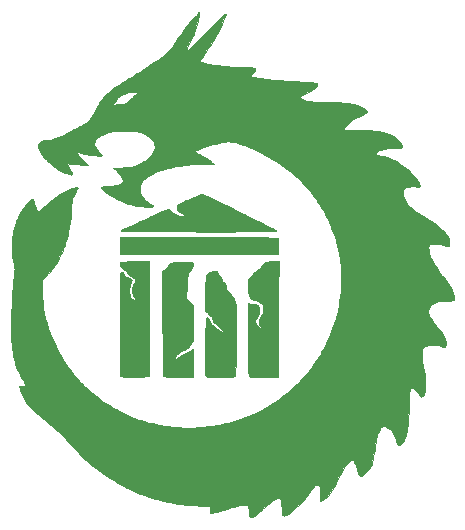
<source format=gbr>
G04 #@! TF.GenerationSoftware,KiCad,Pcbnew,5.1.4-e60b266~84~ubuntu18.04.1*
G04 #@! TF.CreationDate,2019-11-05T13:07:08-07:00*
G04 #@! TF.ProjectId,001,3030312e-6b69-4636-9164-5f7063625858,rev?*
G04 #@! TF.SameCoordinates,Original*
G04 #@! TF.FileFunction,Copper,L1,Top*
G04 #@! TF.FilePolarity,Positive*
%FSLAX46Y46*%
G04 Gerber Fmt 4.6, Leading zero omitted, Abs format (unit mm)*
G04 Created by KiCad (PCBNEW 5.1.4-e60b266~84~ubuntu18.04.1) date 2019-11-05 13:07:08*
%MOMM*%
%LPD*%
G04 APERTURE LIST*
%ADD10C,0.010000*%
G04 APERTURE END LIST*
D10*
G36*
X146228238Y-94023557D02*
G01*
X146259980Y-94027750D01*
X146297193Y-94035698D01*
X146341538Y-94048186D01*
X146394676Y-94065998D01*
X146458271Y-94089921D01*
X146533981Y-94120737D01*
X146623470Y-94159234D01*
X146728398Y-94206195D01*
X146850428Y-94262406D01*
X146991220Y-94328651D01*
X147152435Y-94405715D01*
X147335736Y-94494384D01*
X147542784Y-94595442D01*
X147775240Y-94709675D01*
X148034765Y-94837866D01*
X148323022Y-94980802D01*
X148641671Y-95139268D01*
X148992374Y-95314047D01*
X149376793Y-95505925D01*
X149796588Y-95715688D01*
X150004770Y-95819769D01*
X150381747Y-96008381D01*
X150722319Y-96179031D01*
X151028029Y-96332516D01*
X151300422Y-96469631D01*
X151541043Y-96591172D01*
X151751437Y-96697935D01*
X151933148Y-96790716D01*
X152087720Y-96870311D01*
X152216699Y-96937517D01*
X152321629Y-96993128D01*
X152404054Y-97037942D01*
X152465520Y-97072753D01*
X152507570Y-97098359D01*
X152531751Y-97115554D01*
X152539605Y-97125135D01*
X152539478Y-97125946D01*
X152528284Y-97165993D01*
X152527000Y-97177898D01*
X152506172Y-97179615D01*
X152445045Y-97181231D01*
X152345650Y-97182747D01*
X152210022Y-97184164D01*
X152040194Y-97185481D01*
X151838199Y-97186699D01*
X151606071Y-97187819D01*
X151345841Y-97188841D01*
X151059545Y-97189767D01*
X150749214Y-97190595D01*
X150416883Y-97191327D01*
X150064585Y-97191964D01*
X149694352Y-97192506D01*
X149308218Y-97192952D01*
X148908217Y-97193305D01*
X148496381Y-97193564D01*
X148074743Y-97193730D01*
X147645338Y-97193803D01*
X147210198Y-97193785D01*
X146771357Y-97193674D01*
X146330847Y-97193473D01*
X145890703Y-97193181D01*
X145452956Y-97192798D01*
X145019642Y-97192327D01*
X144592791Y-97191766D01*
X144174439Y-97191117D01*
X143766619Y-97190379D01*
X143371363Y-97189555D01*
X142990704Y-97188643D01*
X142626677Y-97187644D01*
X142281313Y-97186560D01*
X141956648Y-97185390D01*
X141654713Y-97184135D01*
X141377542Y-97182796D01*
X141127169Y-97181373D01*
X140905625Y-97179866D01*
X140714946Y-97178277D01*
X140557164Y-97176605D01*
X140435400Y-97174869D01*
X140242876Y-97171325D01*
X140062906Y-97167515D01*
X139900021Y-97163572D01*
X139758756Y-97159629D01*
X139643642Y-97155817D01*
X139559213Y-97152269D01*
X139510001Y-97149117D01*
X139499453Y-97147552D01*
X139465455Y-97147855D01*
X139456012Y-97155925D01*
X139431525Y-97177702D01*
X139411318Y-97166977D01*
X139398698Y-97133569D01*
X139396972Y-97087298D01*
X139409445Y-97037983D01*
X139413457Y-97029533D01*
X139458723Y-96981213D01*
X139501079Y-96969175D01*
X139540748Y-96959725D01*
X139611109Y-96936905D01*
X139703790Y-96903660D01*
X139810423Y-96862937D01*
X139868130Y-96839976D01*
X139950710Y-96805620D01*
X140067432Y-96755549D01*
X140213967Y-96691713D01*
X140385983Y-96616060D01*
X140579151Y-96530539D01*
X140789141Y-96437099D01*
X141011623Y-96337688D01*
X141242266Y-96234256D01*
X141476741Y-96128751D01*
X141710717Y-96023123D01*
X141939864Y-95919319D01*
X142159853Y-95819288D01*
X142366352Y-95724981D01*
X142555032Y-95638344D01*
X142721563Y-95561327D01*
X142861615Y-95495880D01*
X142970857Y-95443950D01*
X142982455Y-95438349D01*
X143113185Y-95375929D01*
X143211979Y-95331075D01*
X143284386Y-95301684D01*
X143335957Y-95285655D01*
X143372243Y-95280888D01*
X143392134Y-95283278D01*
X143429640Y-95303085D01*
X143489297Y-95346421D01*
X143563146Y-95407056D01*
X143643227Y-95478761D01*
X143649738Y-95484858D01*
X143818170Y-95628110D01*
X143985317Y-95736877D01*
X144160405Y-95815011D01*
X144352658Y-95866364D01*
X144571302Y-95894788D01*
X144642417Y-95899368D01*
X144875250Y-95911459D01*
X144815066Y-95847383D01*
X144773114Y-95812241D01*
X144703333Y-95763877D01*
X144615421Y-95708659D01*
X144519075Y-95652957D01*
X144518732Y-95652768D01*
X144385907Y-95577791D01*
X144286299Y-95516221D01*
X144215187Y-95462679D01*
X144167852Y-95411781D01*
X144139575Y-95358148D01*
X144125637Y-95296398D01*
X144121317Y-95221149D01*
X144121188Y-95199475D01*
X144133679Y-95063725D01*
X144171794Y-94960081D01*
X144236495Y-94886244D01*
X144258379Y-94871283D01*
X144299811Y-94849245D01*
X144375107Y-94812594D01*
X144479306Y-94763583D01*
X144607443Y-94704467D01*
X144754555Y-94637500D01*
X144915680Y-94564935D01*
X145085854Y-94489028D01*
X145260114Y-94412031D01*
X145433497Y-94336199D01*
X145502219Y-94306383D01*
X145624090Y-94253018D01*
X145744552Y-94199167D01*
X145852918Y-94149683D01*
X145938500Y-94109422D01*
X145970097Y-94093919D01*
X146090371Y-94043138D01*
X146187803Y-94022699D01*
X146200306Y-94022334D01*
X146228238Y-94023557D01*
X146228238Y-94023557D01*
G37*
X146228238Y-94023557D02*
X146259980Y-94027750D01*
X146297193Y-94035698D01*
X146341538Y-94048186D01*
X146394676Y-94065998D01*
X146458271Y-94089921D01*
X146533981Y-94120737D01*
X146623470Y-94159234D01*
X146728398Y-94206195D01*
X146850428Y-94262406D01*
X146991220Y-94328651D01*
X147152435Y-94405715D01*
X147335736Y-94494384D01*
X147542784Y-94595442D01*
X147775240Y-94709675D01*
X148034765Y-94837866D01*
X148323022Y-94980802D01*
X148641671Y-95139268D01*
X148992374Y-95314047D01*
X149376793Y-95505925D01*
X149796588Y-95715688D01*
X150004770Y-95819769D01*
X150381747Y-96008381D01*
X150722319Y-96179031D01*
X151028029Y-96332516D01*
X151300422Y-96469631D01*
X151541043Y-96591172D01*
X151751437Y-96697935D01*
X151933148Y-96790716D01*
X152087720Y-96870311D01*
X152216699Y-96937517D01*
X152321629Y-96993128D01*
X152404054Y-97037942D01*
X152465520Y-97072753D01*
X152507570Y-97098359D01*
X152531751Y-97115554D01*
X152539605Y-97125135D01*
X152539478Y-97125946D01*
X152528284Y-97165993D01*
X152527000Y-97177898D01*
X152506172Y-97179615D01*
X152445045Y-97181231D01*
X152345650Y-97182747D01*
X152210022Y-97184164D01*
X152040194Y-97185481D01*
X151838199Y-97186699D01*
X151606071Y-97187819D01*
X151345841Y-97188841D01*
X151059545Y-97189767D01*
X150749214Y-97190595D01*
X150416883Y-97191327D01*
X150064585Y-97191964D01*
X149694352Y-97192506D01*
X149308218Y-97192952D01*
X148908217Y-97193305D01*
X148496381Y-97193564D01*
X148074743Y-97193730D01*
X147645338Y-97193803D01*
X147210198Y-97193785D01*
X146771357Y-97193674D01*
X146330847Y-97193473D01*
X145890703Y-97193181D01*
X145452956Y-97192798D01*
X145019642Y-97192327D01*
X144592791Y-97191766D01*
X144174439Y-97191117D01*
X143766619Y-97190379D01*
X143371363Y-97189555D01*
X142990704Y-97188643D01*
X142626677Y-97187644D01*
X142281313Y-97186560D01*
X141956648Y-97185390D01*
X141654713Y-97184135D01*
X141377542Y-97182796D01*
X141127169Y-97181373D01*
X140905625Y-97179866D01*
X140714946Y-97178277D01*
X140557164Y-97176605D01*
X140435400Y-97174869D01*
X140242876Y-97171325D01*
X140062906Y-97167515D01*
X139900021Y-97163572D01*
X139758756Y-97159629D01*
X139643642Y-97155817D01*
X139559213Y-97152269D01*
X139510001Y-97149117D01*
X139499453Y-97147552D01*
X139465455Y-97147855D01*
X139456012Y-97155925D01*
X139431525Y-97177702D01*
X139411318Y-97166977D01*
X139398698Y-97133569D01*
X139396972Y-97087298D01*
X139409445Y-97037983D01*
X139413457Y-97029533D01*
X139458723Y-96981213D01*
X139501079Y-96969175D01*
X139540748Y-96959725D01*
X139611109Y-96936905D01*
X139703790Y-96903660D01*
X139810423Y-96862937D01*
X139868130Y-96839976D01*
X139950710Y-96805620D01*
X140067432Y-96755549D01*
X140213967Y-96691713D01*
X140385983Y-96616060D01*
X140579151Y-96530539D01*
X140789141Y-96437099D01*
X141011623Y-96337688D01*
X141242266Y-96234256D01*
X141476741Y-96128751D01*
X141710717Y-96023123D01*
X141939864Y-95919319D01*
X142159853Y-95819288D01*
X142366352Y-95724981D01*
X142555032Y-95638344D01*
X142721563Y-95561327D01*
X142861615Y-95495880D01*
X142970857Y-95443950D01*
X142982455Y-95438349D01*
X143113185Y-95375929D01*
X143211979Y-95331075D01*
X143284386Y-95301684D01*
X143335957Y-95285655D01*
X143372243Y-95280888D01*
X143392134Y-95283278D01*
X143429640Y-95303085D01*
X143489297Y-95346421D01*
X143563146Y-95407056D01*
X143643227Y-95478761D01*
X143649738Y-95484858D01*
X143818170Y-95628110D01*
X143985317Y-95736877D01*
X144160405Y-95815011D01*
X144352658Y-95866364D01*
X144571302Y-95894788D01*
X144642417Y-95899368D01*
X144875250Y-95911459D01*
X144815066Y-95847383D01*
X144773114Y-95812241D01*
X144703333Y-95763877D01*
X144615421Y-95708659D01*
X144519075Y-95652957D01*
X144518732Y-95652768D01*
X144385907Y-95577791D01*
X144286299Y-95516221D01*
X144215187Y-95462679D01*
X144167852Y-95411781D01*
X144139575Y-95358148D01*
X144125637Y-95296398D01*
X144121317Y-95221149D01*
X144121188Y-95199475D01*
X144133679Y-95063725D01*
X144171794Y-94960081D01*
X144236495Y-94886244D01*
X144258379Y-94871283D01*
X144299811Y-94849245D01*
X144375107Y-94812594D01*
X144479306Y-94763583D01*
X144607443Y-94704467D01*
X144754555Y-94637500D01*
X144915680Y-94564935D01*
X145085854Y-94489028D01*
X145260114Y-94412031D01*
X145433497Y-94336199D01*
X145502219Y-94306383D01*
X145624090Y-94253018D01*
X145744552Y-94199167D01*
X145852918Y-94149683D01*
X145938500Y-94109422D01*
X145970097Y-94093919D01*
X146090371Y-94043138D01*
X146187803Y-94022699D01*
X146200306Y-94022334D01*
X146228238Y-94023557D01*
G36*
X144361959Y-97673217D02*
G01*
X144847275Y-97674386D01*
X145334420Y-97675636D01*
X145820691Y-97676957D01*
X146303390Y-97678338D01*
X146779816Y-97679770D01*
X147247268Y-97681243D01*
X147703046Y-97682747D01*
X148144450Y-97684272D01*
X148568780Y-97685809D01*
X148973335Y-97687347D01*
X149355414Y-97688876D01*
X149712319Y-97690388D01*
X150041347Y-97691871D01*
X150339800Y-97693316D01*
X150604977Y-97694714D01*
X150834176Y-97696054D01*
X151024699Y-97697326D01*
X151082375Y-97697758D01*
X152717500Y-97710455D01*
X152717500Y-99075996D01*
X150405042Y-99088706D01*
X150142365Y-99090081D01*
X149840961Y-99091538D01*
X149504435Y-99093061D01*
X149136393Y-99094640D01*
X148740440Y-99096261D01*
X148320182Y-99097910D01*
X147879225Y-99099575D01*
X147421174Y-99101244D01*
X146949636Y-99102902D01*
X146468215Y-99104537D01*
X145980517Y-99106137D01*
X145490149Y-99107687D01*
X145000715Y-99109176D01*
X144515822Y-99110590D01*
X144039074Y-99111916D01*
X143684625Y-99112857D01*
X139276667Y-99124297D01*
X139276667Y-97661372D01*
X144361959Y-97673217D01*
X144361959Y-97673217D01*
G37*
X144361959Y-97673217D02*
X144847275Y-97674386D01*
X145334420Y-97675636D01*
X145820691Y-97676957D01*
X146303390Y-97678338D01*
X146779816Y-97679770D01*
X147247268Y-97681243D01*
X147703046Y-97682747D01*
X148144450Y-97684272D01*
X148568780Y-97685809D01*
X148973335Y-97687347D01*
X149355414Y-97688876D01*
X149712319Y-97690388D01*
X150041347Y-97691871D01*
X150339800Y-97693316D01*
X150604977Y-97694714D01*
X150834176Y-97696054D01*
X151024699Y-97697326D01*
X151082375Y-97697758D01*
X152717500Y-97710455D01*
X152717500Y-99075996D01*
X150405042Y-99088706D01*
X150142365Y-99090081D01*
X149840961Y-99091538D01*
X149504435Y-99093061D01*
X149136393Y-99094640D01*
X148740440Y-99096261D01*
X148320182Y-99097910D01*
X147879225Y-99099575D01*
X147421174Y-99101244D01*
X146949636Y-99102902D01*
X146468215Y-99104537D01*
X145980517Y-99106137D01*
X145490149Y-99107687D01*
X145000715Y-99109176D01*
X144515822Y-99110590D01*
X144039074Y-99111916D01*
X143684625Y-99112857D01*
X139276667Y-99124297D01*
X139276667Y-97661372D01*
X144361959Y-97673217D01*
G36*
X152751673Y-100187125D02*
G01*
X152744467Y-100453656D01*
X152737542Y-100761806D01*
X152730906Y-101110861D01*
X152724566Y-101500109D01*
X152718530Y-101928835D01*
X152712806Y-102396327D01*
X152707402Y-102901870D01*
X152702327Y-103444752D01*
X152697587Y-104024259D01*
X152693191Y-104639677D01*
X152689146Y-105290294D01*
X152685460Y-105975395D01*
X152683675Y-106348060D01*
X152669190Y-109498036D01*
X151523887Y-109492749D01*
X151305110Y-109491400D01*
X151097175Y-109489463D01*
X150904290Y-109487024D01*
X150730666Y-109484165D01*
X150580510Y-109480971D01*
X150458031Y-109477525D01*
X150367440Y-109473911D01*
X150312944Y-109470212D01*
X150300812Y-109468424D01*
X150246152Y-109447176D01*
X150211452Y-109419299D01*
X150208599Y-109414068D01*
X150202318Y-109377360D01*
X150196372Y-109299619D01*
X150190780Y-109182142D01*
X150185559Y-109026230D01*
X150180726Y-108833179D01*
X150176298Y-108604290D01*
X150172294Y-108340860D01*
X150168731Y-108044188D01*
X150165626Y-107715573D01*
X150162996Y-107356313D01*
X150160860Y-106967708D01*
X150159234Y-106551055D01*
X150158136Y-106107653D01*
X150157584Y-105638801D01*
X150157576Y-105624232D01*
X150156334Y-103287880D01*
X150373292Y-103302048D01*
X150575805Y-103320236D01*
X150739856Y-103347530D01*
X150868836Y-103386686D01*
X150966139Y-103440461D01*
X151035155Y-103511612D01*
X151079278Y-103602895D01*
X151101899Y-103717067D01*
X151106411Y-103856884D01*
X151105082Y-103896737D01*
X151099322Y-103994876D01*
X151090373Y-104062930D01*
X151075344Y-104113147D01*
X151051343Y-104157773D01*
X151039160Y-104175970D01*
X151004256Y-104236905D01*
X150983669Y-104293234D01*
X150981369Y-104310471D01*
X150969513Y-104373711D01*
X150940469Y-104449427D01*
X150902652Y-104519066D01*
X150867376Y-104561792D01*
X150813402Y-104628375D01*
X150778159Y-104714055D01*
X150770167Y-104772411D01*
X150782337Y-104835160D01*
X150815651Y-104918076D01*
X150865312Y-105014124D01*
X150926523Y-105116265D01*
X150994489Y-105217464D01*
X151064412Y-105310683D01*
X151131496Y-105388885D01*
X151190945Y-105445035D01*
X151237962Y-105472094D01*
X151248045Y-105473500D01*
X151271509Y-105462721D01*
X151275171Y-105428399D01*
X151258202Y-105367557D01*
X151219769Y-105277218D01*
X151159042Y-105154406D01*
X151158864Y-105154060D01*
X151098405Y-105030638D01*
X151060016Y-104936973D01*
X151041753Y-104867963D01*
X151039561Y-104841101D01*
X151055247Y-104747565D01*
X151101787Y-104627591D01*
X151178403Y-104482878D01*
X151272728Y-104332439D01*
X151344922Y-104215403D01*
X151392107Y-104116784D01*
X151419594Y-104025455D01*
X151419902Y-104023992D01*
X151443794Y-103856176D01*
X151444963Y-103697161D01*
X151424383Y-103554588D01*
X151383027Y-103436100D01*
X151335839Y-103364014D01*
X151243646Y-103277186D01*
X151122342Y-103188888D01*
X150983920Y-103105779D01*
X150840374Y-103034521D01*
X150703696Y-102981776D01*
X150602169Y-102956520D01*
X150523268Y-102940047D01*
X150455092Y-102919300D01*
X150419780Y-102902952D01*
X150345638Y-102834355D01*
X150279993Y-102735954D01*
X150233301Y-102626584D01*
X150207529Y-102522234D01*
X150187071Y-102389924D01*
X150171907Y-102236683D01*
X150162018Y-102069542D01*
X150157384Y-101895533D01*
X150157986Y-101721688D01*
X150163804Y-101555036D01*
X150174819Y-101402609D01*
X150191012Y-101271439D01*
X150212363Y-101168556D01*
X150237507Y-101103249D01*
X150282380Y-101052083D01*
X150338504Y-101018176D01*
X150339370Y-101017887D01*
X150399901Y-100992603D01*
X150446459Y-100956705D01*
X150487914Y-100900671D01*
X150533138Y-100814982D01*
X150538149Y-100804542D01*
X150597698Y-100700076D01*
X150660442Y-100626600D01*
X150722208Y-100588472D01*
X150749526Y-100584000D01*
X150790668Y-100569953D01*
X150853685Y-100531823D01*
X150930687Y-100475626D01*
X151013782Y-100407381D01*
X151095078Y-100333105D01*
X151145324Y-100282202D01*
X151209165Y-100205799D01*
X151267877Y-100121356D01*
X151306630Y-100051392D01*
X151379870Y-99927228D01*
X151474250Y-99837414D01*
X151561897Y-99789722D01*
X151631683Y-99770072D01*
X151738300Y-99752819D01*
X151876291Y-99738412D01*
X152040198Y-99727299D01*
X152224565Y-99719928D01*
X152423932Y-99716750D01*
X152450589Y-99716668D01*
X152765761Y-99716167D01*
X152751673Y-100187125D01*
X152751673Y-100187125D01*
G37*
X152751673Y-100187125D02*
X152744467Y-100453656D01*
X152737542Y-100761806D01*
X152730906Y-101110861D01*
X152724566Y-101500109D01*
X152718530Y-101928835D01*
X152712806Y-102396327D01*
X152707402Y-102901870D01*
X152702327Y-103444752D01*
X152697587Y-104024259D01*
X152693191Y-104639677D01*
X152689146Y-105290294D01*
X152685460Y-105975395D01*
X152683675Y-106348060D01*
X152669190Y-109498036D01*
X151523887Y-109492749D01*
X151305110Y-109491400D01*
X151097175Y-109489463D01*
X150904290Y-109487024D01*
X150730666Y-109484165D01*
X150580510Y-109480971D01*
X150458031Y-109477525D01*
X150367440Y-109473911D01*
X150312944Y-109470212D01*
X150300812Y-109468424D01*
X150246152Y-109447176D01*
X150211452Y-109419299D01*
X150208599Y-109414068D01*
X150202318Y-109377360D01*
X150196372Y-109299619D01*
X150190780Y-109182142D01*
X150185559Y-109026230D01*
X150180726Y-108833179D01*
X150176298Y-108604290D01*
X150172294Y-108340860D01*
X150168731Y-108044188D01*
X150165626Y-107715573D01*
X150162996Y-107356313D01*
X150160860Y-106967708D01*
X150159234Y-106551055D01*
X150158136Y-106107653D01*
X150157584Y-105638801D01*
X150157576Y-105624232D01*
X150156334Y-103287880D01*
X150373292Y-103302048D01*
X150575805Y-103320236D01*
X150739856Y-103347530D01*
X150868836Y-103386686D01*
X150966139Y-103440461D01*
X151035155Y-103511612D01*
X151079278Y-103602895D01*
X151101899Y-103717067D01*
X151106411Y-103856884D01*
X151105082Y-103896737D01*
X151099322Y-103994876D01*
X151090373Y-104062930D01*
X151075344Y-104113147D01*
X151051343Y-104157773D01*
X151039160Y-104175970D01*
X151004256Y-104236905D01*
X150983669Y-104293234D01*
X150981369Y-104310471D01*
X150969513Y-104373711D01*
X150940469Y-104449427D01*
X150902652Y-104519066D01*
X150867376Y-104561792D01*
X150813402Y-104628375D01*
X150778159Y-104714055D01*
X150770167Y-104772411D01*
X150782337Y-104835160D01*
X150815651Y-104918076D01*
X150865312Y-105014124D01*
X150926523Y-105116265D01*
X150994489Y-105217464D01*
X151064412Y-105310683D01*
X151131496Y-105388885D01*
X151190945Y-105445035D01*
X151237962Y-105472094D01*
X151248045Y-105473500D01*
X151271509Y-105462721D01*
X151275171Y-105428399D01*
X151258202Y-105367557D01*
X151219769Y-105277218D01*
X151159042Y-105154406D01*
X151158864Y-105154060D01*
X151098405Y-105030638D01*
X151060016Y-104936973D01*
X151041753Y-104867963D01*
X151039561Y-104841101D01*
X151055247Y-104747565D01*
X151101787Y-104627591D01*
X151178403Y-104482878D01*
X151272728Y-104332439D01*
X151344922Y-104215403D01*
X151392107Y-104116784D01*
X151419594Y-104025455D01*
X151419902Y-104023992D01*
X151443794Y-103856176D01*
X151444963Y-103697161D01*
X151424383Y-103554588D01*
X151383027Y-103436100D01*
X151335839Y-103364014D01*
X151243646Y-103277186D01*
X151122342Y-103188888D01*
X150983920Y-103105779D01*
X150840374Y-103034521D01*
X150703696Y-102981776D01*
X150602169Y-102956520D01*
X150523268Y-102940047D01*
X150455092Y-102919300D01*
X150419780Y-102902952D01*
X150345638Y-102834355D01*
X150279993Y-102735954D01*
X150233301Y-102626584D01*
X150207529Y-102522234D01*
X150187071Y-102389924D01*
X150171907Y-102236683D01*
X150162018Y-102069542D01*
X150157384Y-101895533D01*
X150157986Y-101721688D01*
X150163804Y-101555036D01*
X150174819Y-101402609D01*
X150191012Y-101271439D01*
X150212363Y-101168556D01*
X150237507Y-101103249D01*
X150282380Y-101052083D01*
X150338504Y-101018176D01*
X150339370Y-101017887D01*
X150399901Y-100992603D01*
X150446459Y-100956705D01*
X150487914Y-100900671D01*
X150533138Y-100814982D01*
X150538149Y-100804542D01*
X150597698Y-100700076D01*
X150660442Y-100626600D01*
X150722208Y-100588472D01*
X150749526Y-100584000D01*
X150790668Y-100569953D01*
X150853685Y-100531823D01*
X150930687Y-100475626D01*
X151013782Y-100407381D01*
X151095078Y-100333105D01*
X151145324Y-100282202D01*
X151209165Y-100205799D01*
X151267877Y-100121356D01*
X151306630Y-100051392D01*
X151379870Y-99927228D01*
X151474250Y-99837414D01*
X151561897Y-99789722D01*
X151631683Y-99770072D01*
X151738300Y-99752819D01*
X151876291Y-99738412D01*
X152040198Y-99727299D01*
X152224565Y-99719928D01*
X152423932Y-99716750D01*
X152450589Y-99716668D01*
X152765761Y-99716167D01*
X152751673Y-100187125D01*
G36*
X147422842Y-100549673D02*
G01*
X147484724Y-100571437D01*
X147542451Y-100610393D01*
X147551261Y-100617675D01*
X147607315Y-100685947D01*
X147630175Y-100760556D01*
X147647243Y-100821774D01*
X147682922Y-100880264D01*
X147745213Y-100948958D01*
X147749200Y-100952922D01*
X147840050Y-101057321D01*
X147893469Y-101155228D01*
X147912531Y-101252451D01*
X147912667Y-101261705D01*
X147931091Y-101357604D01*
X147987427Y-101438765D01*
X148083266Y-101507482D01*
X148083470Y-101507593D01*
X148161228Y-101558850D01*
X148214228Y-101619133D01*
X148248097Y-101698451D01*
X148268460Y-101806809D01*
X148272523Y-101843880D01*
X148285404Y-101932234D01*
X148304530Y-102015167D01*
X148323437Y-102069088D01*
X148350743Y-102111548D01*
X148401345Y-102176688D01*
X148468957Y-102256904D01*
X148547294Y-102344591D01*
X148581907Y-102381844D01*
X148673475Y-102482797D01*
X148751082Y-102575395D01*
X148809292Y-102652811D01*
X148842667Y-102708217D01*
X148843770Y-102710713D01*
X148879016Y-102781535D01*
X148926725Y-102863567D01*
X148958435Y-102912337D01*
X148999051Y-102975270D01*
X149029738Y-103035086D01*
X149052543Y-103100084D01*
X149069519Y-103178564D01*
X149082714Y-103278825D01*
X149094179Y-103409167D01*
X149099598Y-103483834D01*
X149102604Y-103549211D01*
X149105174Y-103650791D01*
X149107322Y-103785664D01*
X149109064Y-103950918D01*
X149110416Y-104143645D01*
X149111391Y-104360934D01*
X149112006Y-104599873D01*
X149112276Y-104857554D01*
X149112215Y-105131065D01*
X149111838Y-105417497D01*
X149111162Y-105713939D01*
X149110201Y-106017481D01*
X149108970Y-106325212D01*
X149107484Y-106634223D01*
X149105759Y-106941602D01*
X149103810Y-107244440D01*
X149101651Y-107539826D01*
X149099298Y-107824851D01*
X149096766Y-108096602D01*
X149094071Y-108352172D01*
X149091226Y-108588648D01*
X149088249Y-108803121D01*
X149085153Y-108992681D01*
X149081953Y-109154416D01*
X149078666Y-109285418D01*
X149075306Y-109382775D01*
X149071888Y-109443577D01*
X149068477Y-109464901D01*
X149041096Y-109467352D01*
X148976146Y-109469668D01*
X148878391Y-109471830D01*
X148752597Y-109473820D01*
X148603527Y-109475619D01*
X148435947Y-109477209D01*
X148254619Y-109478571D01*
X148064309Y-109479686D01*
X147869782Y-109480537D01*
X147675801Y-109481104D01*
X147487131Y-109481369D01*
X147308537Y-109481314D01*
X147144782Y-109480919D01*
X147000632Y-109480168D01*
X146880850Y-109479040D01*
X146790202Y-109477517D01*
X146733451Y-109475582D01*
X146716750Y-109474042D01*
X146617622Y-109439703D01*
X146535963Y-109378736D01*
X146518535Y-109360875D01*
X146488400Y-109326194D01*
X146487240Y-109314428D01*
X146507952Y-109317686D01*
X146514125Y-109318267D01*
X146519619Y-109315054D01*
X146524473Y-109305726D01*
X146528727Y-109287965D01*
X146532420Y-109259453D01*
X146535592Y-109217871D01*
X146538283Y-109160902D01*
X146540532Y-109086225D01*
X146542379Y-108991524D01*
X146543863Y-108874479D01*
X146545023Y-108732772D01*
X146545900Y-108564084D01*
X146546532Y-108366098D01*
X146546960Y-108136493D01*
X146547223Y-107872953D01*
X146547360Y-107573159D01*
X146547411Y-107234791D01*
X146547417Y-107003879D01*
X146547437Y-106628248D01*
X146547556Y-106292642D01*
X146547862Y-105994754D01*
X146548442Y-105732276D01*
X146549384Y-105502899D01*
X146550775Y-105304317D01*
X146552704Y-105134220D01*
X146555258Y-104990302D01*
X146558525Y-104870254D01*
X146562592Y-104771768D01*
X146567548Y-104692537D01*
X146573479Y-104630253D01*
X146580474Y-104582607D01*
X146588620Y-104547293D01*
X146598004Y-104522001D01*
X146608716Y-104504425D01*
X146620842Y-104492256D01*
X146634470Y-104483186D01*
X146643386Y-104478282D01*
X146700918Y-104468679D01*
X146758769Y-104498482D01*
X146814386Y-104564861D01*
X146865215Y-104664985D01*
X146898957Y-104761524D01*
X146922156Y-104832846D01*
X146947422Y-104888827D01*
X146982143Y-104940560D01*
X147033704Y-104999140D01*
X147105406Y-105071628D01*
X147191208Y-105151269D01*
X147299378Y-105243985D01*
X147420853Y-105342720D01*
X147546568Y-105440414D01*
X147667458Y-105530009D01*
X147774459Y-105604446D01*
X147851995Y-105652990D01*
X147932662Y-105693207D01*
X147985285Y-105704535D01*
X148012725Y-105687013D01*
X148018500Y-105655318D01*
X148002729Y-105604331D01*
X147959265Y-105533251D01*
X147893883Y-105447909D01*
X147812359Y-105354135D01*
X147720467Y-105257759D01*
X147623983Y-105164612D01*
X147528681Y-105080523D01*
X147440336Y-105011324D01*
X147364725Y-104962846D01*
X147311553Y-104941592D01*
X147258078Y-104909924D01*
X147210887Y-104838439D01*
X147171314Y-104729363D01*
X147161290Y-104690334D01*
X147133756Y-104575852D01*
X147112257Y-104494959D01*
X147093168Y-104440029D01*
X147072864Y-104403433D01*
X147047722Y-104377545D01*
X147014115Y-104354736D01*
X146996909Y-104344421D01*
X146946358Y-104308071D01*
X146876287Y-104249264D01*
X146796224Y-104176334D01*
X146720922Y-104102916D01*
X146534593Y-103914662D01*
X146541789Y-102508623D01*
X146543241Y-102215560D01*
X146544622Y-101961680D01*
X146546288Y-101743837D01*
X146548595Y-101558883D01*
X146551900Y-101403670D01*
X146556559Y-101275051D01*
X146562927Y-101169879D01*
X146571361Y-101085007D01*
X146582217Y-101017286D01*
X146595851Y-100963569D01*
X146612618Y-100920710D01*
X146632875Y-100885560D01*
X146656978Y-100854972D01*
X146685283Y-100825799D01*
X146718147Y-100794893D01*
X146737733Y-100776546D01*
X146887390Y-100659990D01*
X147047562Y-100584033D01*
X147220042Y-100547850D01*
X147236929Y-100546466D01*
X147344385Y-100542288D01*
X147422842Y-100549673D01*
X147422842Y-100549673D01*
G37*
X147422842Y-100549673D02*
X147484724Y-100571437D01*
X147542451Y-100610393D01*
X147551261Y-100617675D01*
X147607315Y-100685947D01*
X147630175Y-100760556D01*
X147647243Y-100821774D01*
X147682922Y-100880264D01*
X147745213Y-100948958D01*
X147749200Y-100952922D01*
X147840050Y-101057321D01*
X147893469Y-101155228D01*
X147912531Y-101252451D01*
X147912667Y-101261705D01*
X147931091Y-101357604D01*
X147987427Y-101438765D01*
X148083266Y-101507482D01*
X148083470Y-101507593D01*
X148161228Y-101558850D01*
X148214228Y-101619133D01*
X148248097Y-101698451D01*
X148268460Y-101806809D01*
X148272523Y-101843880D01*
X148285404Y-101932234D01*
X148304530Y-102015167D01*
X148323437Y-102069088D01*
X148350743Y-102111548D01*
X148401345Y-102176688D01*
X148468957Y-102256904D01*
X148547294Y-102344591D01*
X148581907Y-102381844D01*
X148673475Y-102482797D01*
X148751082Y-102575395D01*
X148809292Y-102652811D01*
X148842667Y-102708217D01*
X148843770Y-102710713D01*
X148879016Y-102781535D01*
X148926725Y-102863567D01*
X148958435Y-102912337D01*
X148999051Y-102975270D01*
X149029738Y-103035086D01*
X149052543Y-103100084D01*
X149069519Y-103178564D01*
X149082714Y-103278825D01*
X149094179Y-103409167D01*
X149099598Y-103483834D01*
X149102604Y-103549211D01*
X149105174Y-103650791D01*
X149107322Y-103785664D01*
X149109064Y-103950918D01*
X149110416Y-104143645D01*
X149111391Y-104360934D01*
X149112006Y-104599873D01*
X149112276Y-104857554D01*
X149112215Y-105131065D01*
X149111838Y-105417497D01*
X149111162Y-105713939D01*
X149110201Y-106017481D01*
X149108970Y-106325212D01*
X149107484Y-106634223D01*
X149105759Y-106941602D01*
X149103810Y-107244440D01*
X149101651Y-107539826D01*
X149099298Y-107824851D01*
X149096766Y-108096602D01*
X149094071Y-108352172D01*
X149091226Y-108588648D01*
X149088249Y-108803121D01*
X149085153Y-108992681D01*
X149081953Y-109154416D01*
X149078666Y-109285418D01*
X149075306Y-109382775D01*
X149071888Y-109443577D01*
X149068477Y-109464901D01*
X149041096Y-109467352D01*
X148976146Y-109469668D01*
X148878391Y-109471830D01*
X148752597Y-109473820D01*
X148603527Y-109475619D01*
X148435947Y-109477209D01*
X148254619Y-109478571D01*
X148064309Y-109479686D01*
X147869782Y-109480537D01*
X147675801Y-109481104D01*
X147487131Y-109481369D01*
X147308537Y-109481314D01*
X147144782Y-109480919D01*
X147000632Y-109480168D01*
X146880850Y-109479040D01*
X146790202Y-109477517D01*
X146733451Y-109475582D01*
X146716750Y-109474042D01*
X146617622Y-109439703D01*
X146535963Y-109378736D01*
X146518535Y-109360875D01*
X146488400Y-109326194D01*
X146487240Y-109314428D01*
X146507952Y-109317686D01*
X146514125Y-109318267D01*
X146519619Y-109315054D01*
X146524473Y-109305726D01*
X146528727Y-109287965D01*
X146532420Y-109259453D01*
X146535592Y-109217871D01*
X146538283Y-109160902D01*
X146540532Y-109086225D01*
X146542379Y-108991524D01*
X146543863Y-108874479D01*
X146545023Y-108732772D01*
X146545900Y-108564084D01*
X146546532Y-108366098D01*
X146546960Y-108136493D01*
X146547223Y-107872953D01*
X146547360Y-107573159D01*
X146547411Y-107234791D01*
X146547417Y-107003879D01*
X146547437Y-106628248D01*
X146547556Y-106292642D01*
X146547862Y-105994754D01*
X146548442Y-105732276D01*
X146549384Y-105502899D01*
X146550775Y-105304317D01*
X146552704Y-105134220D01*
X146555258Y-104990302D01*
X146558525Y-104870254D01*
X146562592Y-104771768D01*
X146567548Y-104692537D01*
X146573479Y-104630253D01*
X146580474Y-104582607D01*
X146588620Y-104547293D01*
X146598004Y-104522001D01*
X146608716Y-104504425D01*
X146620842Y-104492256D01*
X146634470Y-104483186D01*
X146643386Y-104478282D01*
X146700918Y-104468679D01*
X146758769Y-104498482D01*
X146814386Y-104564861D01*
X146865215Y-104664985D01*
X146898957Y-104761524D01*
X146922156Y-104832846D01*
X146947422Y-104888827D01*
X146982143Y-104940560D01*
X147033704Y-104999140D01*
X147105406Y-105071628D01*
X147191208Y-105151269D01*
X147299378Y-105243985D01*
X147420853Y-105342720D01*
X147546568Y-105440414D01*
X147667458Y-105530009D01*
X147774459Y-105604446D01*
X147851995Y-105652990D01*
X147932662Y-105693207D01*
X147985285Y-105704535D01*
X148012725Y-105687013D01*
X148018500Y-105655318D01*
X148002729Y-105604331D01*
X147959265Y-105533251D01*
X147893883Y-105447909D01*
X147812359Y-105354135D01*
X147720467Y-105257759D01*
X147623983Y-105164612D01*
X147528681Y-105080523D01*
X147440336Y-105011324D01*
X147364725Y-104962846D01*
X147311553Y-104941592D01*
X147258078Y-104909924D01*
X147210887Y-104838439D01*
X147171314Y-104729363D01*
X147161290Y-104690334D01*
X147133756Y-104575852D01*
X147112257Y-104494959D01*
X147093168Y-104440029D01*
X147072864Y-104403433D01*
X147047722Y-104377545D01*
X147014115Y-104354736D01*
X146996909Y-104344421D01*
X146946358Y-104308071D01*
X146876287Y-104249264D01*
X146796224Y-104176334D01*
X146720922Y-104102916D01*
X146534593Y-103914662D01*
X146541789Y-102508623D01*
X146543241Y-102215560D01*
X146544622Y-101961680D01*
X146546288Y-101743837D01*
X146548595Y-101558883D01*
X146551900Y-101403670D01*
X146556559Y-101275051D01*
X146562927Y-101169879D01*
X146571361Y-101085007D01*
X146582217Y-101017286D01*
X146595851Y-100963569D01*
X146612618Y-100920710D01*
X146632875Y-100885560D01*
X146656978Y-100854972D01*
X146685283Y-100825799D01*
X146718147Y-100794893D01*
X146737733Y-100776546D01*
X146887390Y-100659990D01*
X147047562Y-100584033D01*
X147220042Y-100547850D01*
X147236929Y-100546466D01*
X147344385Y-100542288D01*
X147422842Y-100549673D01*
G36*
X144649994Y-99741430D02*
G01*
X144812949Y-99744995D01*
X144957722Y-99750931D01*
X145028413Y-99755429D01*
X145180411Y-99769384D01*
X145294841Y-99785987D01*
X145376448Y-99806544D01*
X145429975Y-99832365D01*
X145460168Y-99864756D01*
X145465352Y-99875865D01*
X145478566Y-99962678D01*
X145460222Y-100073074D01*
X145410018Y-100207869D01*
X145327652Y-100367882D01*
X145217747Y-100546427D01*
X145157052Y-100638995D01*
X145110801Y-100712595D01*
X145076978Y-100775160D01*
X145053568Y-100834623D01*
X145038558Y-100898917D01*
X145029930Y-100975975D01*
X145025672Y-101073730D01*
X145023766Y-101200114D01*
X145022711Y-101314250D01*
X145019888Y-101491653D01*
X145014621Y-101639554D01*
X145005935Y-101770760D01*
X144992853Y-101898076D01*
X144974403Y-102034309D01*
X144961469Y-102118584D01*
X144933853Y-102296330D01*
X144913276Y-102437534D01*
X144899370Y-102547332D01*
X144891768Y-102630862D01*
X144890099Y-102693261D01*
X144893998Y-102739666D01*
X144903094Y-102775214D01*
X144912830Y-102797309D01*
X144937981Y-102831970D01*
X144988048Y-102889994D01*
X145057486Y-102965345D01*
X145140748Y-103051990D01*
X145222329Y-103134054D01*
X145499667Y-103408608D01*
X145499357Y-106436584D01*
X145359509Y-106637667D01*
X145246703Y-106795240D01*
X145148123Y-106921003D01*
X145057820Y-107020363D01*
X144969844Y-107098726D01*
X144878246Y-107161499D01*
X144777078Y-107214088D01*
X144681327Y-107253973D01*
X144476125Y-107344381D01*
X144305633Y-107444184D01*
X144172065Y-107551783D01*
X144077632Y-107665579D01*
X144053759Y-107707522D01*
X144032083Y-107760710D01*
X144007255Y-107835963D01*
X143983388Y-107918767D01*
X143964595Y-107994607D01*
X143954987Y-108048969D01*
X143954500Y-108057893D01*
X143967835Y-108060529D01*
X144002161Y-108037938D01*
X144033875Y-108010092D01*
X144097541Y-107954323D01*
X144176013Y-107894857D01*
X144272750Y-107829625D01*
X144391211Y-107756553D01*
X144534858Y-107673568D01*
X144707149Y-107578600D01*
X144911543Y-107469575D01*
X145105273Y-107368365D01*
X145504629Y-107161228D01*
X145491262Y-108100656D01*
X145488136Y-108305495D01*
X145484691Y-108505058D01*
X145481055Y-108693678D01*
X145477351Y-108865689D01*
X145473708Y-109015425D01*
X145470249Y-109137220D01*
X145467102Y-109225408D01*
X145465577Y-109257042D01*
X145453260Y-109474000D01*
X145024819Y-109474000D01*
X144877252Y-109474366D01*
X144699948Y-109475392D01*
X144505496Y-109476969D01*
X144306484Y-109478988D01*
X144115501Y-109481341D01*
X144026731Y-109482613D01*
X143860823Y-109484447D01*
X143695539Y-109485050D01*
X143539648Y-109484480D01*
X143401917Y-109482797D01*
X143291114Y-109480057D01*
X143230576Y-109477321D01*
X143117719Y-109467879D01*
X143033867Y-109455572D01*
X142984670Y-109441321D01*
X142976576Y-109435936D01*
X142970643Y-109426710D01*
X142965133Y-109410262D01*
X142960024Y-109384989D01*
X142955291Y-109349287D01*
X142950911Y-109301552D01*
X142946860Y-109240181D01*
X142943116Y-109163569D01*
X142939654Y-109070112D01*
X142936450Y-108958208D01*
X142933482Y-108826251D01*
X142930726Y-108672639D01*
X142928158Y-108495767D01*
X142925755Y-108294031D01*
X142923493Y-108065829D01*
X142921348Y-107809555D01*
X142919298Y-107523606D01*
X142917318Y-107206378D01*
X142915385Y-106856267D01*
X142913475Y-106471670D01*
X142911565Y-106050983D01*
X142909632Y-105592602D01*
X142907651Y-105094922D01*
X142905824Y-104616250D01*
X142890559Y-100552250D01*
X142995906Y-100473107D01*
X143097181Y-100387491D01*
X143213262Y-100271219D01*
X143346687Y-100121685D01*
X143401904Y-100056271D01*
X143494335Y-99958662D01*
X143580257Y-99894170D01*
X143655707Y-99865609D01*
X143672088Y-99864413D01*
X143715794Y-99854866D01*
X143779473Y-99830403D01*
X143825549Y-99808411D01*
X143865550Y-99788691D01*
X143903464Y-99774011D01*
X143946593Y-99763419D01*
X144002240Y-99755962D01*
X144077710Y-99750685D01*
X144180305Y-99746635D01*
X144317330Y-99742860D01*
X144330211Y-99742536D01*
X144484026Y-99740517D01*
X144649994Y-99741430D01*
X144649994Y-99741430D01*
G37*
X144649994Y-99741430D02*
X144812949Y-99744995D01*
X144957722Y-99750931D01*
X145028413Y-99755429D01*
X145180411Y-99769384D01*
X145294841Y-99785987D01*
X145376448Y-99806544D01*
X145429975Y-99832365D01*
X145460168Y-99864756D01*
X145465352Y-99875865D01*
X145478566Y-99962678D01*
X145460222Y-100073074D01*
X145410018Y-100207869D01*
X145327652Y-100367882D01*
X145217747Y-100546427D01*
X145157052Y-100638995D01*
X145110801Y-100712595D01*
X145076978Y-100775160D01*
X145053568Y-100834623D01*
X145038558Y-100898917D01*
X145029930Y-100975975D01*
X145025672Y-101073730D01*
X145023766Y-101200114D01*
X145022711Y-101314250D01*
X145019888Y-101491653D01*
X145014621Y-101639554D01*
X145005935Y-101770760D01*
X144992853Y-101898076D01*
X144974403Y-102034309D01*
X144961469Y-102118584D01*
X144933853Y-102296330D01*
X144913276Y-102437534D01*
X144899370Y-102547332D01*
X144891768Y-102630862D01*
X144890099Y-102693261D01*
X144893998Y-102739666D01*
X144903094Y-102775214D01*
X144912830Y-102797309D01*
X144937981Y-102831970D01*
X144988048Y-102889994D01*
X145057486Y-102965345D01*
X145140748Y-103051990D01*
X145222329Y-103134054D01*
X145499667Y-103408608D01*
X145499357Y-106436584D01*
X145359509Y-106637667D01*
X145246703Y-106795240D01*
X145148123Y-106921003D01*
X145057820Y-107020363D01*
X144969844Y-107098726D01*
X144878246Y-107161499D01*
X144777078Y-107214088D01*
X144681327Y-107253973D01*
X144476125Y-107344381D01*
X144305633Y-107444184D01*
X144172065Y-107551783D01*
X144077632Y-107665579D01*
X144053759Y-107707522D01*
X144032083Y-107760710D01*
X144007255Y-107835963D01*
X143983388Y-107918767D01*
X143964595Y-107994607D01*
X143954987Y-108048969D01*
X143954500Y-108057893D01*
X143967835Y-108060529D01*
X144002161Y-108037938D01*
X144033875Y-108010092D01*
X144097541Y-107954323D01*
X144176013Y-107894857D01*
X144272750Y-107829625D01*
X144391211Y-107756553D01*
X144534858Y-107673568D01*
X144707149Y-107578600D01*
X144911543Y-107469575D01*
X145105273Y-107368365D01*
X145504629Y-107161228D01*
X145491262Y-108100656D01*
X145488136Y-108305495D01*
X145484691Y-108505058D01*
X145481055Y-108693678D01*
X145477351Y-108865689D01*
X145473708Y-109015425D01*
X145470249Y-109137220D01*
X145467102Y-109225408D01*
X145465577Y-109257042D01*
X145453260Y-109474000D01*
X145024819Y-109474000D01*
X144877252Y-109474366D01*
X144699948Y-109475392D01*
X144505496Y-109476969D01*
X144306484Y-109478988D01*
X144115501Y-109481341D01*
X144026731Y-109482613D01*
X143860823Y-109484447D01*
X143695539Y-109485050D01*
X143539648Y-109484480D01*
X143401917Y-109482797D01*
X143291114Y-109480057D01*
X143230576Y-109477321D01*
X143117719Y-109467879D01*
X143033867Y-109455572D01*
X142984670Y-109441321D01*
X142976576Y-109435936D01*
X142970643Y-109426710D01*
X142965133Y-109410262D01*
X142960024Y-109384989D01*
X142955291Y-109349287D01*
X142950911Y-109301552D01*
X142946860Y-109240181D01*
X142943116Y-109163569D01*
X142939654Y-109070112D01*
X142936450Y-108958208D01*
X142933482Y-108826251D01*
X142930726Y-108672639D01*
X142928158Y-108495767D01*
X142925755Y-108294031D01*
X142923493Y-108065829D01*
X142921348Y-107809555D01*
X142919298Y-107523606D01*
X142917318Y-107206378D01*
X142915385Y-106856267D01*
X142913475Y-106471670D01*
X142911565Y-106050983D01*
X142909632Y-105592602D01*
X142907651Y-105094922D01*
X142905824Y-104616250D01*
X142890559Y-100552250D01*
X142995906Y-100473107D01*
X143097181Y-100387491D01*
X143213262Y-100271219D01*
X143346687Y-100121685D01*
X143401904Y-100056271D01*
X143494335Y-99958662D01*
X143580257Y-99894170D01*
X143655707Y-99865609D01*
X143672088Y-99864413D01*
X143715794Y-99854866D01*
X143779473Y-99830403D01*
X143825549Y-99808411D01*
X143865550Y-99788691D01*
X143903464Y-99774011D01*
X143946593Y-99763419D01*
X144002240Y-99755962D01*
X144077710Y-99750685D01*
X144180305Y-99746635D01*
X144317330Y-99742860D01*
X144330211Y-99742536D01*
X144484026Y-99740517D01*
X144649994Y-99741430D01*
G36*
X141785789Y-104579209D02*
G01*
X141784304Y-105029998D01*
X141782739Y-105469612D01*
X141781104Y-105896176D01*
X141779413Y-106307813D01*
X141777675Y-106702646D01*
X141775901Y-107078800D01*
X141774105Y-107434397D01*
X141772295Y-107767562D01*
X141770484Y-108076418D01*
X141768684Y-108359089D01*
X141766904Y-108613698D01*
X141765157Y-108838370D01*
X141763455Y-109031227D01*
X141761807Y-109190394D01*
X141760225Y-109313994D01*
X141758721Y-109400151D01*
X141757306Y-109446988D01*
X141756497Y-109455445D01*
X141732597Y-109458795D01*
X141671253Y-109462085D01*
X141577353Y-109465268D01*
X141455789Y-109468298D01*
X141311447Y-109471129D01*
X141149219Y-109473715D01*
X140973992Y-109476009D01*
X140790656Y-109477966D01*
X140604101Y-109479539D01*
X140419215Y-109480682D01*
X140240888Y-109481350D01*
X140074008Y-109481495D01*
X139923466Y-109481071D01*
X139794150Y-109480033D01*
X139690950Y-109478335D01*
X139618754Y-109475929D01*
X139613971Y-109475678D01*
X139511724Y-109469189D01*
X139441617Y-109461438D01*
X139393472Y-109449972D01*
X139357113Y-109432342D01*
X139322362Y-109406097D01*
X139321305Y-109405209D01*
X139281622Y-109367567D01*
X139276287Y-109349549D01*
X139287940Y-109347000D01*
X139305658Y-109342330D01*
X139314932Y-109322711D01*
X139316961Y-109279726D01*
X139312946Y-109204960D01*
X139311337Y-109182959D01*
X139309906Y-109143925D01*
X139308361Y-109064908D01*
X139306719Y-108948260D01*
X139304995Y-108796329D01*
X139303206Y-108611466D01*
X139301370Y-108396022D01*
X139299501Y-108152347D01*
X139297618Y-107882792D01*
X139295736Y-107589706D01*
X139293873Y-107275441D01*
X139292044Y-106942345D01*
X139290266Y-106592771D01*
X139288556Y-106229068D01*
X139286930Y-105853587D01*
X139285665Y-105537000D01*
X139283695Y-104978848D01*
X139282244Y-104461720D01*
X139281327Y-103984310D01*
X139280960Y-103545313D01*
X139281156Y-103143422D01*
X139281932Y-102777332D01*
X139283300Y-102445736D01*
X139285278Y-102147328D01*
X139287878Y-101880803D01*
X139291116Y-101644854D01*
X139295007Y-101438175D01*
X139299565Y-101259462D01*
X139304806Y-101107406D01*
X139310743Y-100980703D01*
X139317393Y-100878047D01*
X139324769Y-100798131D01*
X139332886Y-100739650D01*
X139340339Y-100705958D01*
X139374843Y-100633952D01*
X139422591Y-100598120D01*
X139478555Y-100596445D01*
X139537710Y-100626913D01*
X139595029Y-100687509D01*
X139645484Y-100776218D01*
X139668956Y-100837694D01*
X139711551Y-100934939D01*
X139766442Y-101011010D01*
X139827069Y-101058467D01*
X139874518Y-101070834D01*
X139953400Y-101082679D01*
X140040979Y-101114291D01*
X140127894Y-101159779D01*
X140204783Y-101213255D01*
X140262286Y-101268831D01*
X140291041Y-101320617D01*
X140292667Y-101333883D01*
X140284486Y-101370336D01*
X140262895Y-101432592D01*
X140232319Y-101508061D01*
X140227751Y-101518558D01*
X140172119Y-101664256D01*
X140134249Y-101812082D01*
X140111994Y-101973986D01*
X140103208Y-102161917D01*
X140102865Y-102213834D01*
X140108405Y-102400132D01*
X140124775Y-102553684D01*
X140151518Y-102671883D01*
X140188175Y-102752123D01*
X140200103Y-102767377D01*
X140257523Y-102819919D01*
X140333566Y-102875389D01*
X140412382Y-102923293D01*
X140478118Y-102953135D01*
X140482861Y-102954579D01*
X140550572Y-102958859D01*
X140581192Y-102944671D01*
X140598587Y-102932127D01*
X140606983Y-102920274D01*
X140603155Y-102902112D01*
X140583880Y-102870639D01*
X140545932Y-102818856D01*
X140487904Y-102742168D01*
X140424182Y-102638333D01*
X140380815Y-102518804D01*
X140355763Y-102375625D01*
X140346985Y-102200838D01*
X140346942Y-102192667D01*
X140351147Y-102033516D01*
X140367571Y-101899375D01*
X140399959Y-101774234D01*
X140452053Y-101642086D01*
X140498582Y-101544192D01*
X140545173Y-101446151D01*
X140572435Y-101376349D01*
X140582964Y-101326811D01*
X140580313Y-101293102D01*
X140552612Y-101238732D01*
X140497960Y-101170799D01*
X140425389Y-101098035D01*
X140343934Y-101029172D01*
X140262630Y-100972942D01*
X140230779Y-100955234D01*
X140112142Y-100883179D01*
X140013737Y-100799839D01*
X139942923Y-100712449D01*
X139909717Y-100639623D01*
X139885036Y-100564125D01*
X139855141Y-100519871D01*
X139810283Y-100496018D01*
X139772567Y-100487069D01*
X139670348Y-100449917D01*
X139564643Y-100380631D01*
X139464289Y-100287579D01*
X139378126Y-100179127D01*
X139314989Y-100063640D01*
X139308697Y-100047930D01*
X139282035Y-99945634D01*
X139289754Y-99865434D01*
X139332316Y-99804096D01*
X139345000Y-99793845D01*
X139369741Y-99778413D01*
X139401191Y-99766560D01*
X139445817Y-99757450D01*
X139510088Y-99750249D01*
X139600472Y-99744121D01*
X139723438Y-99738230D01*
X139800083Y-99735076D01*
X139917062Y-99731280D01*
X140068173Y-99727721D01*
X140245213Y-99724517D01*
X140439979Y-99721787D01*
X140644270Y-99719651D01*
X140849883Y-99718227D01*
X140999292Y-99717700D01*
X141801168Y-99716167D01*
X141785789Y-104579209D01*
X141785789Y-104579209D01*
G37*
X141785789Y-104579209D02*
X141784304Y-105029998D01*
X141782739Y-105469612D01*
X141781104Y-105896176D01*
X141779413Y-106307813D01*
X141777675Y-106702646D01*
X141775901Y-107078800D01*
X141774105Y-107434397D01*
X141772295Y-107767562D01*
X141770484Y-108076418D01*
X141768684Y-108359089D01*
X141766904Y-108613698D01*
X141765157Y-108838370D01*
X141763455Y-109031227D01*
X141761807Y-109190394D01*
X141760225Y-109313994D01*
X141758721Y-109400151D01*
X141757306Y-109446988D01*
X141756497Y-109455445D01*
X141732597Y-109458795D01*
X141671253Y-109462085D01*
X141577353Y-109465268D01*
X141455789Y-109468298D01*
X141311447Y-109471129D01*
X141149219Y-109473715D01*
X140973992Y-109476009D01*
X140790656Y-109477966D01*
X140604101Y-109479539D01*
X140419215Y-109480682D01*
X140240888Y-109481350D01*
X140074008Y-109481495D01*
X139923466Y-109481071D01*
X139794150Y-109480033D01*
X139690950Y-109478335D01*
X139618754Y-109475929D01*
X139613971Y-109475678D01*
X139511724Y-109469189D01*
X139441617Y-109461438D01*
X139393472Y-109449972D01*
X139357113Y-109432342D01*
X139322362Y-109406097D01*
X139321305Y-109405209D01*
X139281622Y-109367567D01*
X139276287Y-109349549D01*
X139287940Y-109347000D01*
X139305658Y-109342330D01*
X139314932Y-109322711D01*
X139316961Y-109279726D01*
X139312946Y-109204960D01*
X139311337Y-109182959D01*
X139309906Y-109143925D01*
X139308361Y-109064908D01*
X139306719Y-108948260D01*
X139304995Y-108796329D01*
X139303206Y-108611466D01*
X139301370Y-108396022D01*
X139299501Y-108152347D01*
X139297618Y-107882792D01*
X139295736Y-107589706D01*
X139293873Y-107275441D01*
X139292044Y-106942345D01*
X139290266Y-106592771D01*
X139288556Y-106229068D01*
X139286930Y-105853587D01*
X139285665Y-105537000D01*
X139283695Y-104978848D01*
X139282244Y-104461720D01*
X139281327Y-103984310D01*
X139280960Y-103545313D01*
X139281156Y-103143422D01*
X139281932Y-102777332D01*
X139283300Y-102445736D01*
X139285278Y-102147328D01*
X139287878Y-101880803D01*
X139291116Y-101644854D01*
X139295007Y-101438175D01*
X139299565Y-101259462D01*
X139304806Y-101107406D01*
X139310743Y-100980703D01*
X139317393Y-100878047D01*
X139324769Y-100798131D01*
X139332886Y-100739650D01*
X139340339Y-100705958D01*
X139374843Y-100633952D01*
X139422591Y-100598120D01*
X139478555Y-100596445D01*
X139537710Y-100626913D01*
X139595029Y-100687509D01*
X139645484Y-100776218D01*
X139668956Y-100837694D01*
X139711551Y-100934939D01*
X139766442Y-101011010D01*
X139827069Y-101058467D01*
X139874518Y-101070834D01*
X139953400Y-101082679D01*
X140040979Y-101114291D01*
X140127894Y-101159779D01*
X140204783Y-101213255D01*
X140262286Y-101268831D01*
X140291041Y-101320617D01*
X140292667Y-101333883D01*
X140284486Y-101370336D01*
X140262895Y-101432592D01*
X140232319Y-101508061D01*
X140227751Y-101518558D01*
X140172119Y-101664256D01*
X140134249Y-101812082D01*
X140111994Y-101973986D01*
X140103208Y-102161917D01*
X140102865Y-102213834D01*
X140108405Y-102400132D01*
X140124775Y-102553684D01*
X140151518Y-102671883D01*
X140188175Y-102752123D01*
X140200103Y-102767377D01*
X140257523Y-102819919D01*
X140333566Y-102875389D01*
X140412382Y-102923293D01*
X140478118Y-102953135D01*
X140482861Y-102954579D01*
X140550572Y-102958859D01*
X140581192Y-102944671D01*
X140598587Y-102932127D01*
X140606983Y-102920274D01*
X140603155Y-102902112D01*
X140583880Y-102870639D01*
X140545932Y-102818856D01*
X140487904Y-102742168D01*
X140424182Y-102638333D01*
X140380815Y-102518804D01*
X140355763Y-102375625D01*
X140346985Y-102200838D01*
X140346942Y-102192667D01*
X140351147Y-102033516D01*
X140367571Y-101899375D01*
X140399959Y-101774234D01*
X140452053Y-101642086D01*
X140498582Y-101544192D01*
X140545173Y-101446151D01*
X140572435Y-101376349D01*
X140582964Y-101326811D01*
X140580313Y-101293102D01*
X140552612Y-101238732D01*
X140497960Y-101170799D01*
X140425389Y-101098035D01*
X140343934Y-101029172D01*
X140262630Y-100972942D01*
X140230779Y-100955234D01*
X140112142Y-100883179D01*
X140013737Y-100799839D01*
X139942923Y-100712449D01*
X139909717Y-100639623D01*
X139885036Y-100564125D01*
X139855141Y-100519871D01*
X139810283Y-100496018D01*
X139772567Y-100487069D01*
X139670348Y-100449917D01*
X139564643Y-100380631D01*
X139464289Y-100287579D01*
X139378126Y-100179127D01*
X139314989Y-100063640D01*
X139308697Y-100047930D01*
X139282035Y-99945634D01*
X139289754Y-99865434D01*
X139332316Y-99804096D01*
X139345000Y-99793845D01*
X139369741Y-99778413D01*
X139401191Y-99766560D01*
X139445817Y-99757450D01*
X139510088Y-99750249D01*
X139600472Y-99744121D01*
X139723438Y-99738230D01*
X139800083Y-99735076D01*
X139917062Y-99731280D01*
X140068173Y-99727721D01*
X140245213Y-99724517D01*
X140439979Y-99721787D01*
X140644270Y-99719651D01*
X140849883Y-99718227D01*
X140999292Y-99717700D01*
X141801168Y-99716167D01*
X141785789Y-104579209D01*
G36*
X145965111Y-78646481D02*
G01*
X145983957Y-78697524D01*
X145992659Y-78733808D01*
X145995837Y-78773163D01*
X145992598Y-78823155D01*
X145982050Y-78891350D01*
X145963301Y-78985313D01*
X145935456Y-79112612D01*
X145934455Y-79117097D01*
X145875557Y-79369298D01*
X145812545Y-79618290D01*
X145747941Y-79854908D01*
X145684268Y-80069992D01*
X145624047Y-80254377D01*
X145611809Y-80289086D01*
X145582052Y-80364484D01*
X145536274Y-80470586D01*
X145477698Y-80600390D01*
X145409547Y-80746894D01*
X145335044Y-80903095D01*
X145257413Y-81061991D01*
X145238508Y-81100084D01*
X145122979Y-81333157D01*
X145026578Y-81529971D01*
X144948739Y-81691739D01*
X144888900Y-81819678D01*
X144846498Y-81915002D01*
X144820969Y-81978926D01*
X144811750Y-82012667D01*
X144812821Y-82018376D01*
X144830724Y-82008155D01*
X144873765Y-81973984D01*
X144936099Y-81920762D01*
X145011884Y-81853390D01*
X145038981Y-81828766D01*
X145265454Y-81620467D01*
X145466414Y-81432363D01*
X145648868Y-81257549D01*
X145819825Y-81089117D01*
X145986291Y-80920162D01*
X146155276Y-80743777D01*
X146333786Y-80553058D01*
X146336852Y-80549750D01*
X146991048Y-79866613D01*
X147670759Y-79200388D01*
X147855015Y-79026956D01*
X147957391Y-78931896D01*
X148033943Y-78862529D01*
X148089505Y-78815352D01*
X148128908Y-78786865D01*
X148156985Y-78773564D01*
X148178569Y-78771949D01*
X148198118Y-78778346D01*
X148249624Y-78801814D01*
X148104350Y-79157199D01*
X148005138Y-79397972D01*
X147917052Y-79607185D01*
X147836481Y-79792963D01*
X147759811Y-79963429D01*
X147683429Y-80126709D01*
X147603723Y-80290927D01*
X147569825Y-80359250D01*
X147464335Y-80566095D01*
X147364352Y-80751211D01*
X147263214Y-80925727D01*
X147154259Y-81100774D01*
X147030826Y-81287484D01*
X146904782Y-81470500D01*
X146717754Y-81739641D01*
X146555634Y-81975855D01*
X146417864Y-82180031D01*
X146303882Y-82353057D01*
X146213128Y-82495821D01*
X146145041Y-82609211D01*
X146099062Y-82694117D01*
X146074630Y-82751424D01*
X146071185Y-82782023D01*
X146074548Y-82786404D01*
X146120629Y-82814812D01*
X146168180Y-82836814D01*
X146229077Y-82856714D01*
X146315200Y-82878817D01*
X146356325Y-82888529D01*
X146447331Y-82911699D01*
X146529337Y-82936010D01*
X146588386Y-82957219D01*
X146600253Y-82962708D01*
X146658037Y-82983047D01*
X146756242Y-83005646D01*
X146893032Y-83030219D01*
X147066568Y-83056480D01*
X147275017Y-83084146D01*
X147516539Y-83112929D01*
X147690417Y-83132105D01*
X147867591Y-83151603D01*
X148063021Y-83173967D01*
X148262113Y-83197471D01*
X148450272Y-83220387D01*
X148612903Y-83240990D01*
X148632334Y-83243530D01*
X148747728Y-83258369D01*
X148849240Y-83270398D01*
X148943285Y-83279911D01*
X149036278Y-83287206D01*
X149134634Y-83292579D01*
X149244769Y-83296326D01*
X149373099Y-83298744D01*
X149526038Y-83300129D01*
X149710002Y-83300778D01*
X149875109Y-83300961D01*
X150091630Y-83301104D01*
X150269579Y-83301690D01*
X150412716Y-83303358D01*
X150524801Y-83306746D01*
X150609595Y-83312493D01*
X150670858Y-83321237D01*
X150712351Y-83333617D01*
X150737834Y-83350270D01*
X150751068Y-83371836D01*
X150755812Y-83398953D01*
X150755828Y-83432259D01*
X150755267Y-83450385D01*
X150743123Y-83515186D01*
X150708191Y-83589226D01*
X150647479Y-83677085D01*
X150557993Y-83783341D01*
X150488135Y-83859003D01*
X150419513Y-83933796D01*
X150378876Y-83984466D01*
X150363106Y-84015605D01*
X150369080Y-84031802D01*
X150370209Y-84032482D01*
X150425383Y-84054426D01*
X150516903Y-84080229D01*
X150639072Y-84108780D01*
X150786196Y-84138971D01*
X150952579Y-84169692D01*
X151132525Y-84199832D01*
X151320340Y-84228284D01*
X151500417Y-84252680D01*
X151713067Y-84279059D01*
X151920787Y-84303337D01*
X152127800Y-84325846D01*
X152338330Y-84346920D01*
X152556600Y-84366893D01*
X152786834Y-84386099D01*
X153033256Y-84404872D01*
X153300089Y-84423545D01*
X153591558Y-84442452D01*
X153911884Y-84461927D01*
X154265293Y-84482303D01*
X154656008Y-84503915D01*
X154731827Y-84508027D01*
X154990409Y-84522332D01*
X155210029Y-84535364D01*
X155394024Y-84547598D01*
X155545729Y-84559508D01*
X155668481Y-84571568D01*
X155765615Y-84584255D01*
X155840468Y-84598042D01*
X155896375Y-84613405D01*
X155936672Y-84630818D01*
X155964696Y-84650756D01*
X155983781Y-84673693D01*
X155991447Y-84687296D01*
X156004069Y-84758816D01*
X155976246Y-84840672D01*
X155908478Y-84932441D01*
X155801265Y-85033702D01*
X155655105Y-85144033D01*
X155470498Y-85263012D01*
X155247944Y-85390218D01*
X155016275Y-85511055D01*
X154898312Y-85571106D01*
X154791377Y-85627049D01*
X154702043Y-85675325D01*
X154636880Y-85712375D01*
X154602463Y-85734640D01*
X154600956Y-85735925D01*
X154574435Y-85767049D01*
X154576034Y-85799419D01*
X154589368Y-85828162D01*
X154651427Y-85911511D01*
X154734849Y-85959552D01*
X154765117Y-85967686D01*
X154826710Y-85993780D01*
X154873627Y-86033071D01*
X154907474Y-86068044D01*
X154951750Y-86095278D01*
X155014519Y-86117702D01*
X155103843Y-86138245D01*
X155218602Y-86158355D01*
X155323293Y-86172400D01*
X155458220Y-86185444D01*
X155624900Y-86197553D01*
X155824851Y-86208795D01*
X156059591Y-86219239D01*
X156330639Y-86228951D01*
X156639513Y-86238001D01*
X156987730Y-86246454D01*
X157363584Y-86254132D01*
X157611476Y-86258976D01*
X157821365Y-86263535D01*
X157997578Y-86268021D01*
X158144443Y-86272643D01*
X158266287Y-86277612D01*
X158367438Y-86283139D01*
X158452222Y-86289434D01*
X158524968Y-86296707D01*
X158590002Y-86305170D01*
X158651652Y-86315031D01*
X158665334Y-86317434D01*
X158899884Y-86365311D01*
X159128740Y-86423618D01*
X159347226Y-86490409D01*
X159550663Y-86563736D01*
X159734375Y-86641651D01*
X159893684Y-86722208D01*
X160023912Y-86803459D01*
X160120382Y-86883457D01*
X160169050Y-86943513D01*
X160204852Y-87022992D01*
X160205053Y-87091121D01*
X160168081Y-87150082D01*
X160092364Y-87202058D01*
X159976330Y-87249233D01*
X159940783Y-87260549D01*
X159777456Y-87318547D01*
X159605233Y-87394395D01*
X159428273Y-87484989D01*
X159250736Y-87587224D01*
X159076780Y-87697997D01*
X158910565Y-87814202D01*
X158756248Y-87932737D01*
X158617989Y-88050495D01*
X158499948Y-88164373D01*
X158406282Y-88271268D01*
X158341150Y-88368074D01*
X158308713Y-88451687D01*
X158305824Y-88480907D01*
X158315955Y-88540040D01*
X158351680Y-88581078D01*
X158401181Y-88607634D01*
X158423730Y-88613835D01*
X158462962Y-88619108D01*
X158521787Y-88623518D01*
X158603119Y-88627127D01*
X158709867Y-88630001D01*
X158844943Y-88632204D01*
X159011260Y-88633799D01*
X159211728Y-88634851D01*
X159449258Y-88635424D01*
X159670750Y-88635581D01*
X159935681Y-88635757D01*
X160162252Y-88636275D01*
X160354433Y-88637240D01*
X160516198Y-88638753D01*
X160651517Y-88640918D01*
X160764363Y-88643837D01*
X160858708Y-88647615D01*
X160938523Y-88652354D01*
X161007780Y-88658157D01*
X161070452Y-88665127D01*
X161130510Y-88673367D01*
X161131250Y-88673477D01*
X161485548Y-88737685D01*
X161804808Y-88820611D01*
X162092758Y-88923955D01*
X162353121Y-89049419D01*
X162589626Y-89198705D01*
X162805997Y-89373515D01*
X162932145Y-89495954D01*
X163054111Y-89633998D01*
X163139781Y-89757147D01*
X163188766Y-89864483D01*
X163200681Y-89955093D01*
X163175138Y-90028059D01*
X163163172Y-90043087D01*
X163145561Y-90060383D01*
X163124186Y-90074286D01*
X163094096Y-90085422D01*
X163050342Y-90094416D01*
X162987974Y-90101895D01*
X162902044Y-90108485D01*
X162787602Y-90114812D01*
X162639697Y-90121503D01*
X162496500Y-90127434D01*
X162221957Y-90142100D01*
X161983684Y-90162861D01*
X161775912Y-90190800D01*
X161592877Y-90227004D01*
X161428810Y-90272556D01*
X161277945Y-90328541D01*
X161173584Y-90376253D01*
X161087801Y-90425942D01*
X161013351Y-90482513D01*
X160958517Y-90538455D01*
X160931582Y-90586259D01*
X160930167Y-90596942D01*
X160934630Y-90620578D01*
X160950820Y-90642210D01*
X160982939Y-90663351D01*
X161035188Y-90685517D01*
X161111768Y-90710221D01*
X161216881Y-90738979D01*
X161354727Y-90773303D01*
X161529510Y-90814709D01*
X161543164Y-90817895D01*
X161906239Y-90914409D01*
X162238818Y-91028702D01*
X162550423Y-91164744D01*
X162850575Y-91326503D01*
X163028612Y-91437217D01*
X163273310Y-91609048D01*
X163514886Y-91802028D01*
X163748368Y-92010879D01*
X163968782Y-92230320D01*
X164171154Y-92455075D01*
X164350513Y-92679863D01*
X164501884Y-92899407D01*
X164620295Y-93108427D01*
X164638352Y-93145865D01*
X164679868Y-93253773D01*
X164689774Y-93334184D01*
X164667303Y-93387962D01*
X164611688Y-93415970D01*
X164522163Y-93419074D01*
X164411678Y-93401225D01*
X164255974Y-93376828D01*
X164087604Y-93367291D01*
X163916278Y-93371762D01*
X163751704Y-93389387D01*
X163603589Y-93419316D01*
X163481642Y-93460694D01*
X163430242Y-93487404D01*
X163371542Y-93529963D01*
X163330247Y-93578658D01*
X163303476Y-93641575D01*
X163288351Y-93726798D01*
X163281994Y-93842411D01*
X163281229Y-93905917D01*
X163292879Y-94135311D01*
X163331604Y-94342453D01*
X163400219Y-94533354D01*
X163501543Y-94714024D01*
X163638392Y-94890473D01*
X163813584Y-95068713D01*
X163835780Y-95089109D01*
X163995809Y-95232191D01*
X164137225Y-95351839D01*
X164270302Y-95455560D01*
X164405313Y-95550863D01*
X164552534Y-95645259D01*
X164722238Y-95746255D01*
X164781872Y-95780566D01*
X165146763Y-95994469D01*
X165476323Y-96199051D01*
X165775581Y-96397765D01*
X166049567Y-96594064D01*
X166303310Y-96791400D01*
X166518667Y-96972865D01*
X166712707Y-97152769D01*
X166869605Y-97321385D01*
X166991824Y-97482373D01*
X167081827Y-97639397D01*
X167142078Y-97796119D01*
X167173868Y-97947046D01*
X167185490Y-98091192D01*
X167180866Y-98216763D01*
X167160823Y-98316931D01*
X167126193Y-98384864D01*
X167119873Y-98391770D01*
X167087937Y-98413488D01*
X167043878Y-98422202D01*
X166981323Y-98417254D01*
X166893896Y-98397983D01*
X166775225Y-98363732D01*
X166738621Y-98352340D01*
X166628771Y-98319487D01*
X166517288Y-98288993D01*
X166419807Y-98265003D01*
X166370000Y-98254613D01*
X166270079Y-98241600D01*
X166146524Y-98233230D01*
X166011222Y-98229516D01*
X165876060Y-98230471D01*
X165752926Y-98236108D01*
X165653705Y-98246440D01*
X165615042Y-98253784D01*
X165537033Y-98276691D01*
X165484154Y-98306198D01*
X165451723Y-98350283D01*
X165435058Y-98416922D01*
X165429480Y-98514092D01*
X165429340Y-98570211D01*
X165445735Y-98787924D01*
X165493226Y-99016115D01*
X165573235Y-99261132D01*
X165599194Y-99327519D01*
X165656994Y-99458621D01*
X165732974Y-99612579D01*
X165822706Y-99781863D01*
X165921762Y-99958941D01*
X166025715Y-100136284D01*
X166130138Y-100306360D01*
X166230602Y-100461639D01*
X166322680Y-100594591D01*
X166401944Y-100697685D01*
X166411317Y-100708783D01*
X166457387Y-100763483D01*
X166525003Y-100845006D01*
X166609135Y-100947225D01*
X166704753Y-101064011D01*
X166806824Y-101189237D01*
X166897737Y-101301239D01*
X167021119Y-101454677D01*
X167121021Y-101582675D01*
X167201375Y-101692049D01*
X167266116Y-101789618D01*
X167319176Y-101882200D01*
X167364490Y-101976611D01*
X167405991Y-102079670D01*
X167447612Y-102198193D01*
X167489350Y-102326624D01*
X167545239Y-102510639D01*
X167583848Y-102659760D01*
X167605275Y-102777692D01*
X167609619Y-102868142D01*
X167596979Y-102934816D01*
X167567456Y-102981420D01*
X167521148Y-103011661D01*
X167507843Y-103016793D01*
X167464899Y-103024364D01*
X167387086Y-103030780D01*
X167281859Y-103035671D01*
X167156673Y-103038670D01*
X167049467Y-103039458D01*
X166756450Y-103046006D01*
X166500159Y-103066070D01*
X166276903Y-103100582D01*
X166082988Y-103150471D01*
X165914723Y-103216666D01*
X165768414Y-103300099D01*
X165651493Y-103391561D01*
X165538151Y-103514986D01*
X165463632Y-103649273D01*
X165424923Y-103801218D01*
X165417517Y-103919200D01*
X165419705Y-104009331D01*
X165427653Y-104093339D01*
X165443412Y-104174889D01*
X165469032Y-104257645D01*
X165506564Y-104345273D01*
X165558058Y-104441439D01*
X165625563Y-104549808D01*
X165711130Y-104674045D01*
X165816810Y-104817815D01*
X165944653Y-104984784D01*
X166096708Y-105178617D01*
X166182543Y-105286862D01*
X166337797Y-105484304D01*
X166467473Y-105654454D01*
X166574226Y-105801561D01*
X166660714Y-105929875D01*
X166729594Y-106043645D01*
X166783521Y-106147121D01*
X166825152Y-106244553D01*
X166857144Y-106340190D01*
X166869681Y-106386017D01*
X166888801Y-106489358D01*
X166897540Y-106601272D01*
X166896337Y-106710997D01*
X166885631Y-106807773D01*
X166865863Y-106880837D01*
X166848261Y-106910626D01*
X166789311Y-106946077D01*
X166706922Y-106955335D01*
X166610735Y-106938627D01*
X166523069Y-106903008D01*
X166435329Y-106870558D01*
X166312224Y-106844327D01*
X166160354Y-106824976D01*
X165986322Y-106813168D01*
X165796727Y-106809565D01*
X165629167Y-106813408D01*
X165430830Y-106827388D01*
X165269774Y-106852616D01*
X165141846Y-106891654D01*
X165042895Y-106947067D01*
X164968767Y-107021416D01*
X164915311Y-107117264D01*
X164878375Y-107237173D01*
X164869094Y-107282517D01*
X164851287Y-107433460D01*
X164846220Y-107616978D01*
X164853142Y-107825520D01*
X164871301Y-108051535D01*
X164899946Y-108287472D01*
X164938325Y-108525780D01*
X164985687Y-108758909D01*
X165036084Y-108960639D01*
X165071945Y-109101786D01*
X165099963Y-109240022D01*
X165121407Y-109385058D01*
X165137552Y-109546606D01*
X165149669Y-109734374D01*
X165156030Y-109876167D01*
X165159612Y-110081486D01*
X165154900Y-110285326D01*
X165142574Y-110479046D01*
X165123312Y-110654002D01*
X165097796Y-110801554D01*
X165076841Y-110883050D01*
X165026308Y-111004263D01*
X164961108Y-111094180D01*
X164884927Y-111149894D01*
X164801448Y-111168496D01*
X164732402Y-111154903D01*
X164707359Y-111128819D01*
X164679691Y-111076232D01*
X164666343Y-111041115D01*
X164630100Y-110966750D01*
X164569305Y-110879252D01*
X164490307Y-110784655D01*
X164399452Y-110688992D01*
X164303089Y-110598297D01*
X164207566Y-110518603D01*
X164119231Y-110455944D01*
X164044431Y-110416353D01*
X163997435Y-110405334D01*
X163952617Y-110413532D01*
X163919383Y-110445134D01*
X163896934Y-110484709D01*
X163873412Y-110536401D01*
X163853332Y-110592826D01*
X163836306Y-110657954D01*
X163821945Y-110735757D01*
X163809863Y-110830208D01*
X163799672Y-110945277D01*
X163790983Y-111084937D01*
X163783411Y-111253158D01*
X163776566Y-111453913D01*
X163770061Y-111691173D01*
X163767028Y-111815681D01*
X163756970Y-112189642D01*
X163745179Y-112525173D01*
X163731264Y-112826153D01*
X163714829Y-113096465D01*
X163695483Y-113339990D01*
X163672831Y-113560609D01*
X163646479Y-113762203D01*
X163616035Y-113948653D01*
X163581104Y-114123841D01*
X163541293Y-114291647D01*
X163500970Y-114439557D01*
X163450996Y-114590123D01*
X163389703Y-114738974D01*
X163320468Y-114880721D01*
X163246668Y-115009976D01*
X163171681Y-115121349D01*
X163098886Y-115209452D01*
X163031661Y-115268895D01*
X162973383Y-115294290D01*
X162964869Y-115294834D01*
X162914410Y-115289158D01*
X162871218Y-115269005D01*
X162832324Y-115229685D01*
X162794757Y-115166510D01*
X162755548Y-115074789D01*
X162711725Y-114949835D01*
X162676611Y-114839750D01*
X162575604Y-114561943D01*
X162455782Y-114319475D01*
X162315045Y-114108792D01*
X162151298Y-113926341D01*
X162120227Y-113897147D01*
X161987707Y-113787969D01*
X161866043Y-113714860D01*
X161749460Y-113674955D01*
X161652167Y-113665000D01*
X161590572Y-113666624D01*
X161546814Y-113675915D01*
X161507585Y-113699503D01*
X161459573Y-113744017D01*
X161427360Y-113776972D01*
X161360005Y-113860166D01*
X161287012Y-113973011D01*
X161214099Y-114104373D01*
X161146989Y-114243123D01*
X161091402Y-114378129D01*
X161053058Y-114498260D01*
X161049765Y-114511667D01*
X161022389Y-114639942D01*
X160990832Y-114810186D01*
X160955119Y-115022245D01*
X160915277Y-115275965D01*
X160871331Y-115571192D01*
X160866891Y-115601750D01*
X160815141Y-115938873D01*
X160763680Y-116234167D01*
X160712395Y-116488136D01*
X160661169Y-116701283D01*
X160609889Y-116874112D01*
X160558439Y-117007125D01*
X160534394Y-117055610D01*
X160469726Y-117159048D01*
X160383118Y-117275466D01*
X160281135Y-117397944D01*
X160170340Y-117519559D01*
X160057300Y-117633392D01*
X159948578Y-117732521D01*
X159850740Y-117810026D01*
X159774054Y-117857225D01*
X159702884Y-117883845D01*
X159647660Y-117889647D01*
X159639140Y-117887795D01*
X159597003Y-117855070D01*
X159551261Y-117782191D01*
X159501661Y-117668611D01*
X159447948Y-117513784D01*
X159416532Y-117410758D01*
X159361715Y-117231854D01*
X159310693Y-117084128D01*
X159259382Y-116957162D01*
X159203695Y-116840539D01*
X159163870Y-116766515D01*
X159096990Y-116658243D01*
X159032394Y-116574755D01*
X158974427Y-116520905D01*
X158927434Y-116501548D01*
X158926716Y-116501545D01*
X158888502Y-116516265D01*
X158828999Y-116555925D01*
X158755445Y-116614186D01*
X158675074Y-116684706D01*
X158595124Y-116761146D01*
X158522831Y-116837165D01*
X158466955Y-116904386D01*
X158352928Y-117068112D01*
X158227692Y-117270468D01*
X158092273Y-117509559D01*
X157947700Y-117783490D01*
X157795000Y-118090363D01*
X157635199Y-118428285D01*
X157601464Y-118501641D01*
X157443959Y-118817427D01*
X157275736Y-119101016D01*
X157098332Y-119350491D01*
X156913285Y-119563936D01*
X156722132Y-119739434D01*
X156526412Y-119875069D01*
X156477792Y-119902079D01*
X156273500Y-120010044D01*
X156273500Y-119583342D01*
X156271431Y-119353872D01*
X156264887Y-119163127D01*
X156253367Y-119007687D01*
X156236367Y-118884129D01*
X156213385Y-118789032D01*
X156183918Y-118718975D01*
X156147464Y-118670537D01*
X156138143Y-118662181D01*
X156096448Y-118641774D01*
X156035509Y-118626142D01*
X156023988Y-118624384D01*
X155963597Y-118622585D01*
X155903988Y-118635609D01*
X155842295Y-118666243D01*
X155775648Y-118717277D01*
X155701179Y-118791497D01*
X155616022Y-118891692D01*
X155517307Y-119020651D01*
X155402166Y-119181161D01*
X155301144Y-119327084D01*
X155214122Y-119453630D01*
X155141457Y-119557255D01*
X155077269Y-119645195D01*
X155015678Y-119724686D01*
X154950804Y-119802966D01*
X154876766Y-119887271D01*
X154787684Y-119984839D01*
X154677679Y-120102907D01*
X154625860Y-120158177D01*
X154428011Y-120362274D01*
X154234294Y-120549074D01*
X154047040Y-120717007D01*
X153868582Y-120864506D01*
X153701251Y-120990002D01*
X153547379Y-121091929D01*
X153409297Y-121168716D01*
X153289338Y-121218798D01*
X153189833Y-121240605D01*
X153113114Y-121232569D01*
X153070282Y-121204236D01*
X153054923Y-121184925D01*
X153042531Y-121161294D01*
X153032522Y-121128316D01*
X153024311Y-121080962D01*
X153017312Y-121014207D01*
X153010941Y-120923023D01*
X153004611Y-120802381D01*
X152997740Y-120647256D01*
X152993466Y-120544167D01*
X152983803Y-120339331D01*
X152972381Y-120172964D01*
X152957869Y-120041203D01*
X152938938Y-119940184D01*
X152914259Y-119866047D01*
X152882503Y-119814926D01*
X152842341Y-119782961D01*
X152792444Y-119766288D01*
X152731483Y-119761045D01*
X152723977Y-119761000D01*
X152638260Y-119770741D01*
X152540955Y-119800897D01*
X152430064Y-119852865D01*
X152303590Y-119928044D01*
X152159534Y-120027832D01*
X151995899Y-120153626D01*
X151810688Y-120306826D01*
X151601903Y-120488829D01*
X151367545Y-120701033D01*
X151325553Y-120739717D01*
X151157705Y-120894328D01*
X151017370Y-121022420D01*
X150901220Y-121126471D01*
X150805925Y-121208959D01*
X150728156Y-121272363D01*
X150664585Y-121319162D01*
X150611880Y-121351833D01*
X150566715Y-121372854D01*
X150525759Y-121384704D01*
X150485683Y-121389861D01*
X150450868Y-121390834D01*
X150358247Y-121379137D01*
X150304084Y-121352420D01*
X150264816Y-121295421D01*
X150237961Y-121198247D01*
X150223590Y-121061213D01*
X150221095Y-120976679D01*
X150201334Y-120750833D01*
X150147471Y-120512586D01*
X150131216Y-120459500D01*
X150108425Y-120389736D01*
X150090798Y-120338186D01*
X150082091Y-120315825D01*
X150082038Y-120315757D01*
X150060383Y-120315598D01*
X150003726Y-120319098D01*
X149919190Y-120325713D01*
X149813897Y-120334899D01*
X149733704Y-120342372D01*
X149564384Y-120360572D01*
X149407528Y-120382377D01*
X149255159Y-120409639D01*
X149099303Y-120444208D01*
X148931982Y-120487936D01*
X148745220Y-120542675D01*
X148531043Y-120610276D01*
X148412374Y-120649084D01*
X148074469Y-120758178D01*
X147774598Y-120849965D01*
X147512921Y-120924398D01*
X147289595Y-120981432D01*
X147220572Y-120997263D01*
X147095162Y-121022333D01*
X147005430Y-121030599D01*
X146946641Y-121017865D01*
X146914059Y-120979934D01*
X146902950Y-120912608D01*
X146908579Y-120811690D01*
X146918514Y-120729523D01*
X146930659Y-120633554D01*
X146936233Y-120570217D01*
X146934753Y-120530249D01*
X146925738Y-120504390D01*
X146908704Y-120483377D01*
X146905532Y-120480175D01*
X146855924Y-120451024D01*
X146770984Y-120428283D01*
X146649154Y-120411760D01*
X146488878Y-120401261D01*
X146288599Y-120396593D01*
X146229917Y-120396311D01*
X146027704Y-120393795D01*
X145797879Y-120387247D01*
X145553989Y-120377308D01*
X145309582Y-120364618D01*
X145078202Y-120349816D01*
X144873398Y-120333544D01*
X144843500Y-120330799D01*
X144629996Y-120306909D01*
X144388743Y-120273229D01*
X144126470Y-120231163D01*
X143849904Y-120182118D01*
X143565772Y-120127499D01*
X143280801Y-120068712D01*
X143001718Y-120007163D01*
X142735252Y-119944256D01*
X142488128Y-119881397D01*
X142267075Y-119819993D01*
X142078820Y-119761448D01*
X142017750Y-119740409D01*
X141777821Y-119656038D01*
X141569500Y-119585204D01*
X141385235Y-119525359D01*
X141319250Y-119504754D01*
X141246122Y-119478763D01*
X141140478Y-119436437D01*
X141007724Y-119380261D01*
X140853262Y-119312721D01*
X140682497Y-119236302D01*
X140500834Y-119153492D01*
X140313676Y-119066775D01*
X140126427Y-118978636D01*
X139944492Y-118891563D01*
X139773274Y-118808040D01*
X139618178Y-118730554D01*
X139484608Y-118661590D01*
X139474007Y-118655982D01*
X139279335Y-118551878D01*
X139105477Y-118456701D01*
X138944625Y-118365769D01*
X138788970Y-118274399D01*
X138630702Y-118177909D01*
X138462012Y-118071617D01*
X138275091Y-117950840D01*
X138062130Y-117810896D01*
X138038644Y-117795365D01*
X137688927Y-117559547D01*
X137368216Y-117333193D01*
X137070948Y-117111356D01*
X136791563Y-116889092D01*
X136524498Y-116661454D01*
X136264192Y-116423499D01*
X136005084Y-116170280D01*
X135741610Y-115896852D01*
X135468211Y-115598270D01*
X135179323Y-115269588D01*
X135117944Y-115198345D01*
X135002836Y-115068212D01*
X134865030Y-114918757D01*
X134710670Y-114756155D01*
X134545898Y-114586579D01*
X134376857Y-114416205D01*
X134209688Y-114251206D01*
X134050535Y-114097757D01*
X133905541Y-113962032D01*
X133780846Y-113850204D01*
X133752167Y-113825514D01*
X133672674Y-113758531D01*
X133566865Y-113670435D01*
X133441373Y-113566693D01*
X133302833Y-113452769D01*
X133157879Y-113334130D01*
X133013146Y-113216240D01*
X132975876Y-113185985D01*
X132691805Y-112953945D01*
X132439356Y-112743641D01*
X132215903Y-112551920D01*
X132018822Y-112375634D01*
X131845488Y-112211628D01*
X131693277Y-112056754D01*
X131559564Y-111907858D01*
X131441725Y-111761791D01*
X131337136Y-111615400D01*
X131243171Y-111465534D01*
X131157207Y-111309043D01*
X131076618Y-111142774D01*
X130998780Y-110963577D01*
X130921070Y-110768299D01*
X130886549Y-110677293D01*
X130842692Y-110559926D01*
X130804450Y-110456884D01*
X130774128Y-110374438D01*
X130754030Y-110318854D01*
X130746461Y-110296401D01*
X130746452Y-110296293D01*
X130766020Y-110293771D01*
X130818551Y-110293128D01*
X130894712Y-110294386D01*
X130940952Y-110295814D01*
X131036667Y-110297502D01*
X131124345Y-110296063D01*
X131189611Y-110291837D01*
X131205584Y-110289563D01*
X131253832Y-110275381D01*
X131272809Y-110247956D01*
X131275667Y-110207986D01*
X131265212Y-110151457D01*
X131236822Y-110069279D01*
X131194959Y-109971726D01*
X131144086Y-109869071D01*
X131088664Y-109771589D01*
X131080298Y-109758149D01*
X130968250Y-109568646D01*
X130852721Y-109351880D01*
X130738509Y-109118417D01*
X130630409Y-108878820D01*
X130533219Y-108643652D01*
X130451734Y-108423478D01*
X130398664Y-108256917D01*
X130331830Y-107997641D01*
X130270515Y-107704894D01*
X130216193Y-107387342D01*
X130170338Y-107053652D01*
X130134421Y-106712492D01*
X130132493Y-106690584D01*
X130118956Y-106496491D01*
X130108529Y-106264746D01*
X130101170Y-105999914D01*
X130096841Y-105706558D01*
X130095501Y-105389242D01*
X130097112Y-105052530D01*
X130101634Y-104700988D01*
X130109027Y-104339178D01*
X130119252Y-103971664D01*
X130132268Y-103603012D01*
X130148038Y-103237785D01*
X130165331Y-102901750D01*
X130179798Y-102650710D01*
X130193541Y-102432383D01*
X130207363Y-102237173D01*
X130222067Y-102055489D01*
X130238455Y-101877735D01*
X130257331Y-101694318D01*
X130279497Y-101495644D01*
X130291977Y-101388334D01*
X130322042Y-101126512D01*
X130345938Y-100901845D01*
X130363632Y-100709603D01*
X130375092Y-100545054D01*
X130380284Y-100403468D01*
X130379176Y-100280114D01*
X130371736Y-100170261D01*
X130357929Y-100069177D01*
X130337724Y-99972133D01*
X130311088Y-99874397D01*
X130280829Y-99779667D01*
X130244727Y-99663134D01*
X130215529Y-99546253D01*
X130192744Y-99423424D01*
X130175883Y-99289047D01*
X130164455Y-99137521D01*
X130157973Y-98963246D01*
X130155945Y-98760621D01*
X130157883Y-98524047D01*
X130160049Y-98398229D01*
X130171290Y-98054802D01*
X130191779Y-97745527D01*
X130222875Y-97462966D01*
X130265937Y-97199681D01*
X130322321Y-96948231D01*
X130393387Y-96701179D01*
X130480493Y-96451086D01*
X130546005Y-96284229D01*
X130650077Y-96043124D01*
X130759405Y-95819655D01*
X130879735Y-95603907D01*
X131016815Y-95385961D01*
X131176390Y-95155900D01*
X131286328Y-95006584D01*
X131365616Y-94905841D01*
X131453389Y-94802660D01*
X131544455Y-94702283D01*
X131633624Y-94609950D01*
X131715703Y-94530903D01*
X131785502Y-94470384D01*
X131837828Y-94433635D01*
X131862545Y-94424824D01*
X131894845Y-94427184D01*
X131920707Y-94437202D01*
X131942549Y-94460224D01*
X131962786Y-94501598D01*
X131983834Y-94566669D01*
X132008109Y-94660785D01*
X132038027Y-94789293D01*
X132048893Y-94837250D01*
X132099577Y-95023136D01*
X132160739Y-95182095D01*
X132230332Y-95310539D01*
X132306311Y-95404882D01*
X132386627Y-95461534D01*
X132410013Y-95470274D01*
X132429368Y-95473498D01*
X132451405Y-95469812D01*
X132479542Y-95456419D01*
X132517199Y-95430521D01*
X132567794Y-95389320D01*
X132634747Y-95330017D01*
X132721475Y-95249815D01*
X132831399Y-95145916D01*
X132967938Y-95015522D01*
X132981090Y-95002927D01*
X133150532Y-94841867D01*
X133296433Y-94706291D01*
X133424684Y-94591255D01*
X133541175Y-94491814D01*
X133651795Y-94403023D01*
X133762434Y-94319937D01*
X133878983Y-94237612D01*
X133950912Y-94188732D01*
X134088213Y-94101461D01*
X134243249Y-94011440D01*
X134411032Y-93920847D01*
X134586574Y-93831863D01*
X134764885Y-93746666D01*
X134940977Y-93667437D01*
X135109862Y-93596354D01*
X135266551Y-93535597D01*
X135406056Y-93487346D01*
X135523388Y-93453780D01*
X135613559Y-93437078D01*
X135668170Y-93438464D01*
X135706517Y-93458221D01*
X135718167Y-93494369D01*
X135702404Y-93550966D01*
X135658516Y-93632073D01*
X135624949Y-93684370D01*
X135547943Y-93810820D01*
X135469503Y-93958104D01*
X135395722Y-94113224D01*
X135332691Y-94263181D01*
X135286503Y-94394979D01*
X135278050Y-94424500D01*
X135254639Y-94520736D01*
X135234815Y-94624713D01*
X135217864Y-94742668D01*
X135203073Y-94880840D01*
X135189726Y-95045466D01*
X135177113Y-95242783D01*
X135170286Y-95366417D01*
X135157178Y-95593831D01*
X135142662Y-95809406D01*
X135127168Y-96008613D01*
X135111128Y-96186924D01*
X135094973Y-96339811D01*
X135079132Y-96462747D01*
X135064037Y-96551203D01*
X135053753Y-96591354D01*
X135025786Y-96683289D01*
X134997583Y-96796376D01*
X134967979Y-96936055D01*
X134935808Y-97107765D01*
X134905735Y-97282000D01*
X134873476Y-97467628D01*
X134844607Y-97617770D01*
X134817595Y-97738985D01*
X134790909Y-97837834D01*
X134763019Y-97920877D01*
X134747379Y-97960355D01*
X134721979Y-98028968D01*
X134692484Y-98120158D01*
X134664858Y-98215379D01*
X134662287Y-98224938D01*
X134625802Y-98349619D01*
X134580255Y-98481836D01*
X134523206Y-98627545D01*
X134452213Y-98792697D01*
X134364835Y-98983246D01*
X134269600Y-99182545D01*
X134159590Y-99405063D01*
X134056743Y-99602024D01*
X133956691Y-99779547D01*
X133855064Y-99943749D01*
X133747492Y-100100749D01*
X133629606Y-100256666D01*
X133497036Y-100417618D01*
X133345413Y-100589724D01*
X133170367Y-100779101D01*
X133006042Y-100951824D01*
X132693834Y-101276981D01*
X132694113Y-101666032D01*
X132701668Y-102201308D01*
X132724225Y-102702785D01*
X132762809Y-103176622D01*
X132818447Y-103628980D01*
X132892165Y-104066021D01*
X132984991Y-104493904D01*
X133097950Y-104918790D01*
X133232070Y-105346839D01*
X133373922Y-105745776D01*
X133491764Y-106046305D01*
X133623814Y-106357683D01*
X133767153Y-106674321D01*
X133918863Y-106990632D01*
X134076023Y-107301027D01*
X134235713Y-107599920D01*
X134395014Y-107881721D01*
X134551007Y-108140844D01*
X134700771Y-108371700D01*
X134841388Y-108568700D01*
X134864854Y-108599300D01*
X135071960Y-108864402D01*
X135258531Y-109099364D01*
X135428391Y-109308671D01*
X135585368Y-109496805D01*
X135733287Y-109668248D01*
X135875973Y-109827483D01*
X136017253Y-109978993D01*
X136160952Y-110127260D01*
X136217333Y-110184029D01*
X136361569Y-110326527D01*
X136496961Y-110455924D01*
X136630546Y-110578369D01*
X136769362Y-110700007D01*
X136920446Y-110826985D01*
X137090833Y-110965449D01*
X137287563Y-111121545D01*
X137318750Y-111146052D01*
X137435373Y-111237999D01*
X137550149Y-111329201D01*
X137655499Y-111413586D01*
X137743843Y-111485078D01*
X137807605Y-111537603D01*
X137815102Y-111543911D01*
X137891486Y-111603883D01*
X137968911Y-111657191D01*
X138032555Y-111693755D01*
X138041220Y-111697702D01*
X138090054Y-111722905D01*
X138165218Y-111766891D01*
X138258173Y-111824436D01*
X138360381Y-111890315D01*
X138412701Y-111925025D01*
X138534398Y-112005653D01*
X138643607Y-112075450D01*
X138747639Y-112138420D01*
X138853802Y-112198567D01*
X138969408Y-112259895D01*
X139101766Y-112326407D01*
X139258186Y-112402109D01*
X139445977Y-112491004D01*
X139446000Y-112491014D01*
X139746250Y-112631122D01*
X140015242Y-112753881D01*
X140259264Y-112861503D01*
X140484602Y-112956198D01*
X140697542Y-113040178D01*
X140904371Y-113115653D01*
X141111376Y-113184836D01*
X141324843Y-113249936D01*
X141551059Y-113313164D01*
X141796310Y-113376732D01*
X142066883Y-113442851D01*
X142324667Y-113503450D01*
X142500395Y-113543344D01*
X142658797Y-113577035D01*
X142807803Y-113605711D01*
X142955343Y-113630560D01*
X143109347Y-113652774D01*
X143277744Y-113673539D01*
X143468465Y-113694046D01*
X143689439Y-113715484D01*
X143816917Y-113727211D01*
X144124936Y-113753970D01*
X144403443Y-113775171D01*
X144659293Y-113790717D01*
X144899340Y-113800513D01*
X145130440Y-113804463D01*
X145359447Y-113802471D01*
X145593217Y-113794440D01*
X145838605Y-113780275D01*
X146102466Y-113759880D01*
X146391654Y-113733160D01*
X146713025Y-113700017D01*
X146854334Y-113684697D01*
X147081738Y-113659090D01*
X147272138Y-113636017D01*
X147430727Y-113614667D01*
X147562703Y-113594227D01*
X147673260Y-113573886D01*
X147767593Y-113552832D01*
X147850899Y-113530252D01*
X147859750Y-113527599D01*
X147947825Y-113503414D01*
X148062754Y-113475355D01*
X148189701Y-113446888D01*
X148313829Y-113421480D01*
X148314834Y-113421287D01*
X148523275Y-113379054D01*
X148692084Y-113340208D01*
X148823768Y-113304076D01*
X148920832Y-113269985D01*
X148973825Y-113244551D01*
X149025749Y-113220742D01*
X149105250Y-113191200D01*
X149198906Y-113160737D01*
X149246167Y-113146858D01*
X149342433Y-113116843D01*
X149463230Y-113074970D01*
X149594322Y-113026383D01*
X149721470Y-112976228D01*
X149743584Y-112967122D01*
X149851492Y-112922783D01*
X149949231Y-112883441D01*
X150028405Y-112852413D01*
X150080619Y-112833020D01*
X150092834Y-112829044D01*
X150128771Y-112816029D01*
X150196248Y-112789109D01*
X150287987Y-112751281D01*
X150396716Y-112705543D01*
X150505584Y-112659015D01*
X150624323Y-112608492D01*
X150733595Y-112563112D01*
X150825899Y-112525904D01*
X150893733Y-112499897D01*
X150927831Y-112488527D01*
X150981620Y-112466343D01*
X151047386Y-112427674D01*
X151078844Y-112405337D01*
X151129250Y-112371465D01*
X151208175Y-112323882D01*
X151306344Y-112267951D01*
X151414482Y-112209030D01*
X151460930Y-112184530D01*
X151590921Y-112113945D01*
X151734112Y-112031729D01*
X151874013Y-111947598D01*
X151994131Y-111871266D01*
X152005183Y-111863926D01*
X152096585Y-111803866D01*
X152176217Y-111753353D01*
X152237157Y-111716640D01*
X152272486Y-111697980D01*
X152277572Y-111696500D01*
X152305389Y-111684005D01*
X152362056Y-111648724D01*
X152443092Y-111593970D01*
X152544014Y-111523053D01*
X152660339Y-111439282D01*
X152787583Y-111345968D01*
X152921265Y-111246421D01*
X153056900Y-111143953D01*
X153190007Y-111041873D01*
X153316102Y-110943491D01*
X153430703Y-110852118D01*
X153518349Y-110780249D01*
X153750946Y-110578238D01*
X154000286Y-110347230D01*
X154260082Y-110093749D01*
X154524046Y-109824320D01*
X154785893Y-109545468D01*
X155039336Y-109263717D01*
X155278089Y-108985591D01*
X155449967Y-108775500D01*
X155567047Y-108625051D01*
X155692379Y-108457208D01*
X155820681Y-108279585D01*
X155946666Y-108099793D01*
X156065050Y-107925444D01*
X156170549Y-107764149D01*
X156257877Y-107623519D01*
X156299701Y-107551611D01*
X156370184Y-107422194D01*
X156453937Y-107262163D01*
X156547012Y-107079576D01*
X156645462Y-106882494D01*
X156745341Y-106678976D01*
X156842703Y-106477083D01*
X156933600Y-106284873D01*
X157014086Y-106110408D01*
X157080214Y-105961746D01*
X157094454Y-105928584D01*
X157194333Y-105688778D01*
X157289406Y-105450795D01*
X157377673Y-105220195D01*
X157457136Y-105002535D01*
X157525796Y-104803372D01*
X157581654Y-104628266D01*
X157622710Y-104482775D01*
X157638736Y-104415167D01*
X157666494Y-104288151D01*
X157700035Y-104138778D01*
X157735100Y-103985818D01*
X157766954Y-103850040D01*
X157834366Y-103528681D01*
X157893284Y-103166127D01*
X157943717Y-102762302D01*
X157985676Y-102317129D01*
X158011352Y-101959834D01*
X158019253Y-101790407D01*
X158024048Y-101588653D01*
X158025867Y-101364455D01*
X158024835Y-101127696D01*
X158021082Y-100888258D01*
X158014733Y-100656025D01*
X158005917Y-100440880D01*
X157994761Y-100252705D01*
X157988295Y-100171250D01*
X157921072Y-99558330D01*
X157829878Y-98976258D01*
X157713577Y-98420239D01*
X157571037Y-97885475D01*
X157401121Y-97367171D01*
X157208245Y-96873643D01*
X157156722Y-96750955D01*
X157107162Y-96631668D01*
X157063548Y-96525462D01*
X157029866Y-96442019D01*
X157014806Y-96403584D01*
X156971501Y-96301619D01*
X156909199Y-96170653D01*
X156831611Y-96017417D01*
X156742444Y-95848636D01*
X156645409Y-95671042D01*
X156544213Y-95491361D01*
X156442568Y-95316323D01*
X156344181Y-95152656D01*
X156252762Y-95007089D01*
X156204788Y-94934192D01*
X156141666Y-94838138D01*
X156082115Y-94743645D01*
X156033188Y-94662128D01*
X156003796Y-94608761D01*
X155958840Y-94531027D01*
X155905684Y-94454981D01*
X155882777Y-94427153D01*
X155851676Y-94390442D01*
X155798503Y-94325689D01*
X155727436Y-94238067D01*
X155642652Y-94132748D01*
X155548328Y-94014903D01*
X155448642Y-93889705D01*
X155444707Y-93884750D01*
X155166194Y-93542601D01*
X154898004Y-93232055D01*
X154633024Y-92946138D01*
X154364139Y-92677878D01*
X154084234Y-92420303D01*
X153786195Y-92166440D01*
X153462907Y-91909318D01*
X153310167Y-91792856D01*
X152754090Y-91393648D01*
X152194017Y-91032242D01*
X151623257Y-90705034D01*
X151035118Y-90408422D01*
X150422907Y-90138800D01*
X149783964Y-89894006D01*
X149505774Y-89797209D01*
X149262314Y-89718212D01*
X149050280Y-89656233D01*
X148866367Y-89610489D01*
X148707269Y-89580196D01*
X148569681Y-89564573D01*
X148450298Y-89562836D01*
X148400859Y-89566456D01*
X148204195Y-89592438D01*
X147978359Y-89631903D01*
X147730442Y-89682913D01*
X147467539Y-89743534D01*
X147196741Y-89811831D01*
X146925142Y-89885868D01*
X146659835Y-89963711D01*
X146407913Y-90043424D01*
X146176468Y-90123072D01*
X145972594Y-90200721D01*
X145803384Y-90274433D01*
X145799985Y-90276053D01*
X145573781Y-90384108D01*
X145626682Y-90424214D01*
X145661352Y-90446133D01*
X145726987Y-90483725D01*
X145816904Y-90533311D01*
X145924417Y-90591213D01*
X146042841Y-90653750D01*
X146060795Y-90663127D01*
X146271243Y-90774629D01*
X146449586Y-90873363D01*
X146602502Y-90963524D01*
X146736672Y-91049309D01*
X146858774Y-91134914D01*
X146975490Y-91224536D01*
X147045222Y-91281574D01*
X147260374Y-91461167D01*
X146618145Y-91461372D01*
X146244338Y-91463908D01*
X145904492Y-91471665D01*
X145590492Y-91485236D01*
X145294218Y-91505219D01*
X145007554Y-91532208D01*
X144722380Y-91566799D01*
X144430581Y-91609589D01*
X144293167Y-91631975D01*
X144069792Y-91672910D01*
X143827976Y-91723395D01*
X143578632Y-91780753D01*
X143332673Y-91842303D01*
X143101010Y-91905366D01*
X142894555Y-91967264D01*
X142797577Y-91999197D01*
X142551529Y-92089690D01*
X142309760Y-92190390D01*
X142077101Y-92298577D01*
X141858385Y-92411533D01*
X141658443Y-92526538D01*
X141482107Y-92640874D01*
X141334210Y-92751822D01*
X141219584Y-92856663D01*
X141168530Y-92915843D01*
X141082186Y-93060471D01*
X141020312Y-93230007D01*
X140984251Y-93413900D01*
X140975347Y-93601599D01*
X140994945Y-93782553D01*
X141038937Y-93933099D01*
X141121811Y-94097143D01*
X141237449Y-94266785D01*
X141378530Y-94434015D01*
X141537731Y-94590822D01*
X141707733Y-94729195D01*
X141855410Y-94826424D01*
X141958077Y-94888445D01*
X142026756Y-94936263D01*
X142065480Y-94974290D01*
X142078280Y-95006939D01*
X142069189Y-95038624D01*
X142060867Y-95051285D01*
X142046704Y-95066233D01*
X142025298Y-95076795D01*
X141990064Y-95083612D01*
X141934416Y-95087328D01*
X141851771Y-95088583D01*
X141735543Y-95088021D01*
X141689113Y-95087551D01*
X141434653Y-95081634D01*
X141195508Y-95069849D01*
X140976207Y-95052704D01*
X140781280Y-95030705D01*
X140615257Y-95004357D01*
X140482667Y-94974167D01*
X140392302Y-94942618D01*
X140326087Y-94916408D01*
X140232398Y-94884431D01*
X140124841Y-94851143D01*
X140038667Y-94826757D01*
X139772618Y-94742990D01*
X139487388Y-94631460D01*
X139191320Y-94496571D01*
X138892755Y-94342724D01*
X138600035Y-94174322D01*
X138321504Y-93995768D01*
X138065503Y-93811464D01*
X137966480Y-93733215D01*
X137853537Y-93637421D01*
X137775362Y-93561171D01*
X137730741Y-93501710D01*
X137718459Y-93456281D01*
X137737301Y-93422128D01*
X137786052Y-93396495D01*
X137814247Y-93387851D01*
X137858639Y-93380560D01*
X137937732Y-93372289D01*
X138043924Y-93363638D01*
X138169613Y-93355209D01*
X138307195Y-93347604D01*
X138346529Y-93345718D01*
X138567583Y-93333325D01*
X138752857Y-93317689D01*
X138908856Y-93297618D01*
X139042084Y-93271920D01*
X139159045Y-93239403D01*
X139266242Y-93198878D01*
X139342701Y-93163234D01*
X139451600Y-93093154D01*
X139520295Y-93011171D01*
X139549375Y-92915502D01*
X139539429Y-92804364D01*
X139498549Y-92691677D01*
X139466950Y-92628404D01*
X139431218Y-92568137D01*
X139387025Y-92505579D01*
X139330042Y-92435431D01*
X139255941Y-92352394D01*
X139160392Y-92251171D01*
X139039066Y-92126463D01*
X139025291Y-92112438D01*
X138937376Y-92022148D01*
X138861384Y-91942504D01*
X138801693Y-91878227D01*
X138762679Y-91834038D01*
X138748719Y-91814658D01*
X138748868Y-91814267D01*
X138771537Y-91811564D01*
X138831231Y-91807548D01*
X138922674Y-91802487D01*
X139040587Y-91796652D01*
X139179692Y-91790312D01*
X139334712Y-91783738D01*
X139391017Y-91781460D01*
X139615025Y-91771988D01*
X139801854Y-91762705D01*
X139956653Y-91753034D01*
X140084569Y-91742398D01*
X140190750Y-91730218D01*
X140280345Y-91715917D01*
X140358500Y-91698917D01*
X140430364Y-91678642D01*
X140491488Y-91657991D01*
X140606601Y-91611899D01*
X140746655Y-91548509D01*
X140900911Y-91473305D01*
X141058629Y-91391772D01*
X141209072Y-91309396D01*
X141341500Y-91231660D01*
X141405005Y-91191401D01*
X141646889Y-91017108D01*
X141849524Y-90839115D01*
X142012679Y-90658538D01*
X142136126Y-90476492D01*
X142219636Y-90294092D01*
X142262979Y-90112453D01*
X142265927Y-89932692D01*
X142228249Y-89755923D01*
X142149718Y-89583262D01*
X142030103Y-89415823D01*
X141869177Y-89254724D01*
X141812543Y-89207584D01*
X141637130Y-89075341D01*
X141465607Y-88964105D01*
X141292523Y-88872344D01*
X141112426Y-88798527D01*
X140919867Y-88741121D01*
X140709394Y-88698596D01*
X140475556Y-88669420D01*
X140212903Y-88652060D01*
X139915984Y-88644986D01*
X139809164Y-88644648D01*
X139534869Y-88648214D01*
X139273364Y-88657968D01*
X139028621Y-88673447D01*
X138804612Y-88694186D01*
X138605310Y-88719721D01*
X138434685Y-88749589D01*
X138296711Y-88783324D01*
X138195358Y-88820463D01*
X138164954Y-88836786D01*
X138110443Y-88865351D01*
X138032896Y-88899862D01*
X137951677Y-88931871D01*
X137814217Y-88984450D01*
X137713139Y-89028533D01*
X137643913Y-89066498D01*
X137602010Y-89100725D01*
X137586531Y-89123685D01*
X137543124Y-89168650D01*
X137488729Y-89187026D01*
X137417627Y-89218597D01*
X137342558Y-89281935D01*
X137269722Y-89367713D01*
X137205323Y-89466605D01*
X137155562Y-89569284D01*
X137126642Y-89666424D01*
X137123000Y-89736998D01*
X137145947Y-89832383D01*
X137193459Y-89950796D01*
X137261034Y-90084490D01*
X137344170Y-90225719D01*
X137438364Y-90366736D01*
X137539114Y-90499792D01*
X137622588Y-90596579D01*
X137679991Y-90660030D01*
X137724448Y-90711655D01*
X137749468Y-90743793D01*
X137752667Y-90750037D01*
X137732816Y-90756329D01*
X137678395Y-90760386D01*
X137597105Y-90762306D01*
X137496644Y-90762189D01*
X137384714Y-90760133D01*
X137269012Y-90756236D01*
X137157239Y-90750597D01*
X137057095Y-90743316D01*
X137029951Y-90740774D01*
X136740678Y-90706779D01*
X136470930Y-90664897D01*
X136225794Y-90616198D01*
X136010357Y-90561748D01*
X135829707Y-90502616D01*
X135759571Y-90474085D01*
X135682261Y-90441264D01*
X135618806Y-90416432D01*
X135579866Y-90403688D01*
X135574363Y-90402834D01*
X135554103Y-90413851D01*
X135560633Y-90447486D01*
X135594649Y-90504611D01*
X135656844Y-90586099D01*
X135747916Y-90692824D01*
X135868560Y-90825658D01*
X136019471Y-90985475D01*
X136128810Y-91098771D01*
X136239051Y-91212783D01*
X136338626Y-91316821D01*
X136423986Y-91407092D01*
X136491585Y-91479806D01*
X136537875Y-91531173D01*
X136559310Y-91557400D01*
X136560295Y-91559928D01*
X136535124Y-91562938D01*
X136473530Y-91562161D01*
X136381206Y-91558064D01*
X136263846Y-91551117D01*
X136127147Y-91541786D01*
X135976801Y-91530541D01*
X135818505Y-91517849D01*
X135657951Y-91504179D01*
X135500836Y-91489999D01*
X135352854Y-91475777D01*
X135219699Y-91461981D01*
X135107065Y-91449079D01*
X135020649Y-91437540D01*
X134973595Y-91429476D01*
X134904844Y-91416159D01*
X134855126Y-91408381D01*
X134836239Y-91407687D01*
X134836995Y-91429597D01*
X134845549Y-91479469D01*
X134853347Y-91516373D01*
X134899753Y-91656058D01*
X134979280Y-91813326D01*
X135089260Y-91983145D01*
X135130281Y-92039090D01*
X135206501Y-92151179D01*
X135248058Y-92239569D01*
X135254932Y-92304885D01*
X135227107Y-92347753D01*
X135164566Y-92368798D01*
X135121099Y-92371334D01*
X135046784Y-92360460D01*
X134942227Y-92329513D01*
X134812990Y-92281005D01*
X134664636Y-92217450D01*
X134502729Y-92141358D01*
X134332831Y-92055244D01*
X134160504Y-91961618D01*
X133991313Y-91862994D01*
X133978986Y-91855515D01*
X133668088Y-91651138D01*
X133385006Y-91431641D01*
X133115407Y-91185835D01*
X133094128Y-91164834D01*
X132895873Y-90954988D01*
X132734075Y-90753899D01*
X132605250Y-90556291D01*
X132505914Y-90356886D01*
X132439322Y-90173097D01*
X132403172Y-90005575D01*
X132403114Y-89859992D01*
X132439120Y-89736439D01*
X132511159Y-89635010D01*
X132619203Y-89555795D01*
X132639917Y-89545145D01*
X132693488Y-89521474D01*
X132751617Y-89502027D01*
X132820806Y-89485695D01*
X132907553Y-89471367D01*
X133018358Y-89457932D01*
X133159721Y-89444280D01*
X133299715Y-89432412D01*
X133413283Y-89421518D01*
X133493470Y-89409292D01*
X133549225Y-89393804D01*
X133589495Y-89373125D01*
X133596049Y-89368513D01*
X133654025Y-89337714D01*
X133730185Y-89311539D01*
X133764348Y-89303661D01*
X133861836Y-89278089D01*
X133991363Y-89232776D01*
X134148662Y-89169757D01*
X134329468Y-89091066D01*
X134529515Y-88998735D01*
X134744537Y-88894800D01*
X134970269Y-88781293D01*
X135202444Y-88660250D01*
X135436797Y-88533702D01*
X135669061Y-88403685D01*
X135752417Y-88355801D01*
X135864372Y-88291814D01*
X135981514Y-88226191D01*
X136089962Y-88166635D01*
X136175835Y-88120848D01*
X136175943Y-88120792D01*
X136400040Y-87986505D01*
X136605968Y-87824837D01*
X136795891Y-87633171D01*
X136971973Y-87408891D01*
X137136379Y-87149378D01*
X137291273Y-86852016D01*
X137371747Y-86674725D01*
X137455130Y-86508156D01*
X138708620Y-86508156D01*
X138730551Y-86501113D01*
X138780123Y-86482863D01*
X138832167Y-86462937D01*
X138888892Y-86444067D01*
X138953846Y-86429762D01*
X139035495Y-86418905D01*
X139142306Y-86410380D01*
X139282746Y-86403068D01*
X139287250Y-86402869D01*
X139407217Y-86397230D01*
X139507176Y-86389945D01*
X139592462Y-86378125D01*
X139668408Y-86358880D01*
X139740347Y-86329317D01*
X139813612Y-86286547D01*
X139893537Y-86227678D01*
X139985455Y-86149821D01*
X140094700Y-86050085D01*
X140226604Y-85925578D01*
X140304307Y-85851621D01*
X140399219Y-85765251D01*
X140502852Y-85677633D01*
X140607704Y-85594469D01*
X140706271Y-85521461D01*
X140791052Y-85464315D01*
X140854545Y-85428731D01*
X140867736Y-85423319D01*
X140890376Y-85408684D01*
X140870910Y-85395927D01*
X140809526Y-85385086D01*
X140706410Y-85376196D01*
X140595400Y-85370571D01*
X140316896Y-85370613D01*
X140066839Y-85395522D01*
X139838377Y-85446795D01*
X139624659Y-85525929D01*
X139436533Y-85623818D01*
X139296412Y-85714071D01*
X139176640Y-85809114D01*
X139070532Y-85916406D01*
X138971407Y-86043403D01*
X138872584Y-86197565D01*
X138788223Y-86347368D01*
X138750129Y-86419402D01*
X138722303Y-86474751D01*
X138708924Y-86504980D01*
X138708620Y-86508156D01*
X137455130Y-86508156D01*
X137499123Y-86420274D01*
X137660670Y-86161219D01*
X137850139Y-85905543D01*
X138061283Y-85661228D01*
X138287853Y-85436260D01*
X138451167Y-85295472D01*
X138522991Y-85240649D01*
X138625579Y-85166949D01*
X138753724Y-85077813D01*
X138902218Y-84976684D01*
X139065853Y-84867002D01*
X139239421Y-84752210D01*
X139417715Y-84635749D01*
X139595528Y-84521061D01*
X139767651Y-84411587D01*
X139928876Y-84310770D01*
X140073997Y-84222050D01*
X140089296Y-84212852D01*
X140303616Y-84082761D01*
X140526818Y-83944581D01*
X140750010Y-83803969D01*
X140964299Y-83666583D01*
X141160794Y-83538080D01*
X141330602Y-83424117D01*
X141351000Y-83410152D01*
X141450997Y-83343220D01*
X141571818Y-83264943D01*
X141697759Y-83185376D01*
X141806084Y-83118809D01*
X142183763Y-82882377D01*
X142523278Y-82651518D01*
X142827976Y-82423503D01*
X143101205Y-82195605D01*
X143346313Y-81965098D01*
X143566648Y-81729252D01*
X143685742Y-81587287D01*
X143727718Y-81534447D01*
X143769843Y-81479607D01*
X143814421Y-81419381D01*
X143863757Y-81350383D01*
X143920155Y-81269227D01*
X143985919Y-81172527D01*
X144063355Y-81056899D01*
X144154766Y-80918955D01*
X144262457Y-80755311D01*
X144388734Y-80562581D01*
X144521618Y-80359250D01*
X144806769Y-79950205D01*
X145114796Y-79559887D01*
X145438896Y-79196469D01*
X145729185Y-78908035D01*
X145815202Y-78825515D01*
X145872955Y-78764357D01*
X145906910Y-78719073D01*
X145921534Y-78684176D01*
X145923000Y-78669910D01*
X145928924Y-78624097D01*
X145944205Y-78616852D01*
X145965111Y-78646481D01*
X145965111Y-78646481D01*
G37*
X145965111Y-78646481D02*
X145983957Y-78697524D01*
X145992659Y-78733808D01*
X145995837Y-78773163D01*
X145992598Y-78823155D01*
X145982050Y-78891350D01*
X145963301Y-78985313D01*
X145935456Y-79112612D01*
X145934455Y-79117097D01*
X145875557Y-79369298D01*
X145812545Y-79618290D01*
X145747941Y-79854908D01*
X145684268Y-80069992D01*
X145624047Y-80254377D01*
X145611809Y-80289086D01*
X145582052Y-80364484D01*
X145536274Y-80470586D01*
X145477698Y-80600390D01*
X145409547Y-80746894D01*
X145335044Y-80903095D01*
X145257413Y-81061991D01*
X145238508Y-81100084D01*
X145122979Y-81333157D01*
X145026578Y-81529971D01*
X144948739Y-81691739D01*
X144888900Y-81819678D01*
X144846498Y-81915002D01*
X144820969Y-81978926D01*
X144811750Y-82012667D01*
X144812821Y-82018376D01*
X144830724Y-82008155D01*
X144873765Y-81973984D01*
X144936099Y-81920762D01*
X145011884Y-81853390D01*
X145038981Y-81828766D01*
X145265454Y-81620467D01*
X145466414Y-81432363D01*
X145648868Y-81257549D01*
X145819825Y-81089117D01*
X145986291Y-80920162D01*
X146155276Y-80743777D01*
X146333786Y-80553058D01*
X146336852Y-80549750D01*
X146991048Y-79866613D01*
X147670759Y-79200388D01*
X147855015Y-79026956D01*
X147957391Y-78931896D01*
X148033943Y-78862529D01*
X148089505Y-78815352D01*
X148128908Y-78786865D01*
X148156985Y-78773564D01*
X148178569Y-78771949D01*
X148198118Y-78778346D01*
X148249624Y-78801814D01*
X148104350Y-79157199D01*
X148005138Y-79397972D01*
X147917052Y-79607185D01*
X147836481Y-79792963D01*
X147759811Y-79963429D01*
X147683429Y-80126709D01*
X147603723Y-80290927D01*
X147569825Y-80359250D01*
X147464335Y-80566095D01*
X147364352Y-80751211D01*
X147263214Y-80925727D01*
X147154259Y-81100774D01*
X147030826Y-81287484D01*
X146904782Y-81470500D01*
X146717754Y-81739641D01*
X146555634Y-81975855D01*
X146417864Y-82180031D01*
X146303882Y-82353057D01*
X146213128Y-82495821D01*
X146145041Y-82609211D01*
X146099062Y-82694117D01*
X146074630Y-82751424D01*
X146071185Y-82782023D01*
X146074548Y-82786404D01*
X146120629Y-82814812D01*
X146168180Y-82836814D01*
X146229077Y-82856714D01*
X146315200Y-82878817D01*
X146356325Y-82888529D01*
X146447331Y-82911699D01*
X146529337Y-82936010D01*
X146588386Y-82957219D01*
X146600253Y-82962708D01*
X146658037Y-82983047D01*
X146756242Y-83005646D01*
X146893032Y-83030219D01*
X147066568Y-83056480D01*
X147275017Y-83084146D01*
X147516539Y-83112929D01*
X147690417Y-83132105D01*
X147867591Y-83151603D01*
X148063021Y-83173967D01*
X148262113Y-83197471D01*
X148450272Y-83220387D01*
X148612903Y-83240990D01*
X148632334Y-83243530D01*
X148747728Y-83258369D01*
X148849240Y-83270398D01*
X148943285Y-83279911D01*
X149036278Y-83287206D01*
X149134634Y-83292579D01*
X149244769Y-83296326D01*
X149373099Y-83298744D01*
X149526038Y-83300129D01*
X149710002Y-83300778D01*
X149875109Y-83300961D01*
X150091630Y-83301104D01*
X150269579Y-83301690D01*
X150412716Y-83303358D01*
X150524801Y-83306746D01*
X150609595Y-83312493D01*
X150670858Y-83321237D01*
X150712351Y-83333617D01*
X150737834Y-83350270D01*
X150751068Y-83371836D01*
X150755812Y-83398953D01*
X150755828Y-83432259D01*
X150755267Y-83450385D01*
X150743123Y-83515186D01*
X150708191Y-83589226D01*
X150647479Y-83677085D01*
X150557993Y-83783341D01*
X150488135Y-83859003D01*
X150419513Y-83933796D01*
X150378876Y-83984466D01*
X150363106Y-84015605D01*
X150369080Y-84031802D01*
X150370209Y-84032482D01*
X150425383Y-84054426D01*
X150516903Y-84080229D01*
X150639072Y-84108780D01*
X150786196Y-84138971D01*
X150952579Y-84169692D01*
X151132525Y-84199832D01*
X151320340Y-84228284D01*
X151500417Y-84252680D01*
X151713067Y-84279059D01*
X151920787Y-84303337D01*
X152127800Y-84325846D01*
X152338330Y-84346920D01*
X152556600Y-84366893D01*
X152786834Y-84386099D01*
X153033256Y-84404872D01*
X153300089Y-84423545D01*
X153591558Y-84442452D01*
X153911884Y-84461927D01*
X154265293Y-84482303D01*
X154656008Y-84503915D01*
X154731827Y-84508027D01*
X154990409Y-84522332D01*
X155210029Y-84535364D01*
X155394024Y-84547598D01*
X155545729Y-84559508D01*
X155668481Y-84571568D01*
X155765615Y-84584255D01*
X155840468Y-84598042D01*
X155896375Y-84613405D01*
X155936672Y-84630818D01*
X155964696Y-84650756D01*
X155983781Y-84673693D01*
X155991447Y-84687296D01*
X156004069Y-84758816D01*
X155976246Y-84840672D01*
X155908478Y-84932441D01*
X155801265Y-85033702D01*
X155655105Y-85144033D01*
X155470498Y-85263012D01*
X155247944Y-85390218D01*
X155016275Y-85511055D01*
X154898312Y-85571106D01*
X154791377Y-85627049D01*
X154702043Y-85675325D01*
X154636880Y-85712375D01*
X154602463Y-85734640D01*
X154600956Y-85735925D01*
X154574435Y-85767049D01*
X154576034Y-85799419D01*
X154589368Y-85828162D01*
X154651427Y-85911511D01*
X154734849Y-85959552D01*
X154765117Y-85967686D01*
X154826710Y-85993780D01*
X154873627Y-86033071D01*
X154907474Y-86068044D01*
X154951750Y-86095278D01*
X155014519Y-86117702D01*
X155103843Y-86138245D01*
X155218602Y-86158355D01*
X155323293Y-86172400D01*
X155458220Y-86185444D01*
X155624900Y-86197553D01*
X155824851Y-86208795D01*
X156059591Y-86219239D01*
X156330639Y-86228951D01*
X156639513Y-86238001D01*
X156987730Y-86246454D01*
X157363584Y-86254132D01*
X157611476Y-86258976D01*
X157821365Y-86263535D01*
X157997578Y-86268021D01*
X158144443Y-86272643D01*
X158266287Y-86277612D01*
X158367438Y-86283139D01*
X158452222Y-86289434D01*
X158524968Y-86296707D01*
X158590002Y-86305170D01*
X158651652Y-86315031D01*
X158665334Y-86317434D01*
X158899884Y-86365311D01*
X159128740Y-86423618D01*
X159347226Y-86490409D01*
X159550663Y-86563736D01*
X159734375Y-86641651D01*
X159893684Y-86722208D01*
X160023912Y-86803459D01*
X160120382Y-86883457D01*
X160169050Y-86943513D01*
X160204852Y-87022992D01*
X160205053Y-87091121D01*
X160168081Y-87150082D01*
X160092364Y-87202058D01*
X159976330Y-87249233D01*
X159940783Y-87260549D01*
X159777456Y-87318547D01*
X159605233Y-87394395D01*
X159428273Y-87484989D01*
X159250736Y-87587224D01*
X159076780Y-87697997D01*
X158910565Y-87814202D01*
X158756248Y-87932737D01*
X158617989Y-88050495D01*
X158499948Y-88164373D01*
X158406282Y-88271268D01*
X158341150Y-88368074D01*
X158308713Y-88451687D01*
X158305824Y-88480907D01*
X158315955Y-88540040D01*
X158351680Y-88581078D01*
X158401181Y-88607634D01*
X158423730Y-88613835D01*
X158462962Y-88619108D01*
X158521787Y-88623518D01*
X158603119Y-88627127D01*
X158709867Y-88630001D01*
X158844943Y-88632204D01*
X159011260Y-88633799D01*
X159211728Y-88634851D01*
X159449258Y-88635424D01*
X159670750Y-88635581D01*
X159935681Y-88635757D01*
X160162252Y-88636275D01*
X160354433Y-88637240D01*
X160516198Y-88638753D01*
X160651517Y-88640918D01*
X160764363Y-88643837D01*
X160858708Y-88647615D01*
X160938523Y-88652354D01*
X161007780Y-88658157D01*
X161070452Y-88665127D01*
X161130510Y-88673367D01*
X161131250Y-88673477D01*
X161485548Y-88737685D01*
X161804808Y-88820611D01*
X162092758Y-88923955D01*
X162353121Y-89049419D01*
X162589626Y-89198705D01*
X162805997Y-89373515D01*
X162932145Y-89495954D01*
X163054111Y-89633998D01*
X163139781Y-89757147D01*
X163188766Y-89864483D01*
X163200681Y-89955093D01*
X163175138Y-90028059D01*
X163163172Y-90043087D01*
X163145561Y-90060383D01*
X163124186Y-90074286D01*
X163094096Y-90085422D01*
X163050342Y-90094416D01*
X162987974Y-90101895D01*
X162902044Y-90108485D01*
X162787602Y-90114812D01*
X162639697Y-90121503D01*
X162496500Y-90127434D01*
X162221957Y-90142100D01*
X161983684Y-90162861D01*
X161775912Y-90190800D01*
X161592877Y-90227004D01*
X161428810Y-90272556D01*
X161277945Y-90328541D01*
X161173584Y-90376253D01*
X161087801Y-90425942D01*
X161013351Y-90482513D01*
X160958517Y-90538455D01*
X160931582Y-90586259D01*
X160930167Y-90596942D01*
X160934630Y-90620578D01*
X160950820Y-90642210D01*
X160982939Y-90663351D01*
X161035188Y-90685517D01*
X161111768Y-90710221D01*
X161216881Y-90738979D01*
X161354727Y-90773303D01*
X161529510Y-90814709D01*
X161543164Y-90817895D01*
X161906239Y-90914409D01*
X162238818Y-91028702D01*
X162550423Y-91164744D01*
X162850575Y-91326503D01*
X163028612Y-91437217D01*
X163273310Y-91609048D01*
X163514886Y-91802028D01*
X163748368Y-92010879D01*
X163968782Y-92230320D01*
X164171154Y-92455075D01*
X164350513Y-92679863D01*
X164501884Y-92899407D01*
X164620295Y-93108427D01*
X164638352Y-93145865D01*
X164679868Y-93253773D01*
X164689774Y-93334184D01*
X164667303Y-93387962D01*
X164611688Y-93415970D01*
X164522163Y-93419074D01*
X164411678Y-93401225D01*
X164255974Y-93376828D01*
X164087604Y-93367291D01*
X163916278Y-93371762D01*
X163751704Y-93389387D01*
X163603589Y-93419316D01*
X163481642Y-93460694D01*
X163430242Y-93487404D01*
X163371542Y-93529963D01*
X163330247Y-93578658D01*
X163303476Y-93641575D01*
X163288351Y-93726798D01*
X163281994Y-93842411D01*
X163281229Y-93905917D01*
X163292879Y-94135311D01*
X163331604Y-94342453D01*
X163400219Y-94533354D01*
X163501543Y-94714024D01*
X163638392Y-94890473D01*
X163813584Y-95068713D01*
X163835780Y-95089109D01*
X163995809Y-95232191D01*
X164137225Y-95351839D01*
X164270302Y-95455560D01*
X164405313Y-95550863D01*
X164552534Y-95645259D01*
X164722238Y-95746255D01*
X164781872Y-95780566D01*
X165146763Y-95994469D01*
X165476323Y-96199051D01*
X165775581Y-96397765D01*
X166049567Y-96594064D01*
X166303310Y-96791400D01*
X166518667Y-96972865D01*
X166712707Y-97152769D01*
X166869605Y-97321385D01*
X166991824Y-97482373D01*
X167081827Y-97639397D01*
X167142078Y-97796119D01*
X167173868Y-97947046D01*
X167185490Y-98091192D01*
X167180866Y-98216763D01*
X167160823Y-98316931D01*
X167126193Y-98384864D01*
X167119873Y-98391770D01*
X167087937Y-98413488D01*
X167043878Y-98422202D01*
X166981323Y-98417254D01*
X166893896Y-98397983D01*
X166775225Y-98363732D01*
X166738621Y-98352340D01*
X166628771Y-98319487D01*
X166517288Y-98288993D01*
X166419807Y-98265003D01*
X166370000Y-98254613D01*
X166270079Y-98241600D01*
X166146524Y-98233230D01*
X166011222Y-98229516D01*
X165876060Y-98230471D01*
X165752926Y-98236108D01*
X165653705Y-98246440D01*
X165615042Y-98253784D01*
X165537033Y-98276691D01*
X165484154Y-98306198D01*
X165451723Y-98350283D01*
X165435058Y-98416922D01*
X165429480Y-98514092D01*
X165429340Y-98570211D01*
X165445735Y-98787924D01*
X165493226Y-99016115D01*
X165573235Y-99261132D01*
X165599194Y-99327519D01*
X165656994Y-99458621D01*
X165732974Y-99612579D01*
X165822706Y-99781863D01*
X165921762Y-99958941D01*
X166025715Y-100136284D01*
X166130138Y-100306360D01*
X166230602Y-100461639D01*
X166322680Y-100594591D01*
X166401944Y-100697685D01*
X166411317Y-100708783D01*
X166457387Y-100763483D01*
X166525003Y-100845006D01*
X166609135Y-100947225D01*
X166704753Y-101064011D01*
X166806824Y-101189237D01*
X166897737Y-101301239D01*
X167021119Y-101454677D01*
X167121021Y-101582675D01*
X167201375Y-101692049D01*
X167266116Y-101789618D01*
X167319176Y-101882200D01*
X167364490Y-101976611D01*
X167405991Y-102079670D01*
X167447612Y-102198193D01*
X167489350Y-102326624D01*
X167545239Y-102510639D01*
X167583848Y-102659760D01*
X167605275Y-102777692D01*
X167609619Y-102868142D01*
X167596979Y-102934816D01*
X167567456Y-102981420D01*
X167521148Y-103011661D01*
X167507843Y-103016793D01*
X167464899Y-103024364D01*
X167387086Y-103030780D01*
X167281859Y-103035671D01*
X167156673Y-103038670D01*
X167049467Y-103039458D01*
X166756450Y-103046006D01*
X166500159Y-103066070D01*
X166276903Y-103100582D01*
X166082988Y-103150471D01*
X165914723Y-103216666D01*
X165768414Y-103300099D01*
X165651493Y-103391561D01*
X165538151Y-103514986D01*
X165463632Y-103649273D01*
X165424923Y-103801218D01*
X165417517Y-103919200D01*
X165419705Y-104009331D01*
X165427653Y-104093339D01*
X165443412Y-104174889D01*
X165469032Y-104257645D01*
X165506564Y-104345273D01*
X165558058Y-104441439D01*
X165625563Y-104549808D01*
X165711130Y-104674045D01*
X165816810Y-104817815D01*
X165944653Y-104984784D01*
X166096708Y-105178617D01*
X166182543Y-105286862D01*
X166337797Y-105484304D01*
X166467473Y-105654454D01*
X166574226Y-105801561D01*
X166660714Y-105929875D01*
X166729594Y-106043645D01*
X166783521Y-106147121D01*
X166825152Y-106244553D01*
X166857144Y-106340190D01*
X166869681Y-106386017D01*
X166888801Y-106489358D01*
X166897540Y-106601272D01*
X166896337Y-106710997D01*
X166885631Y-106807773D01*
X166865863Y-106880837D01*
X166848261Y-106910626D01*
X166789311Y-106946077D01*
X166706922Y-106955335D01*
X166610735Y-106938627D01*
X166523069Y-106903008D01*
X166435329Y-106870558D01*
X166312224Y-106844327D01*
X166160354Y-106824976D01*
X165986322Y-106813168D01*
X165796727Y-106809565D01*
X165629167Y-106813408D01*
X165430830Y-106827388D01*
X165269774Y-106852616D01*
X165141846Y-106891654D01*
X165042895Y-106947067D01*
X164968767Y-107021416D01*
X164915311Y-107117264D01*
X164878375Y-107237173D01*
X164869094Y-107282517D01*
X164851287Y-107433460D01*
X164846220Y-107616978D01*
X164853142Y-107825520D01*
X164871301Y-108051535D01*
X164899946Y-108287472D01*
X164938325Y-108525780D01*
X164985687Y-108758909D01*
X165036084Y-108960639D01*
X165071945Y-109101786D01*
X165099963Y-109240022D01*
X165121407Y-109385058D01*
X165137552Y-109546606D01*
X165149669Y-109734374D01*
X165156030Y-109876167D01*
X165159612Y-110081486D01*
X165154900Y-110285326D01*
X165142574Y-110479046D01*
X165123312Y-110654002D01*
X165097796Y-110801554D01*
X165076841Y-110883050D01*
X165026308Y-111004263D01*
X164961108Y-111094180D01*
X164884927Y-111149894D01*
X164801448Y-111168496D01*
X164732402Y-111154903D01*
X164707359Y-111128819D01*
X164679691Y-111076232D01*
X164666343Y-111041115D01*
X164630100Y-110966750D01*
X164569305Y-110879252D01*
X164490307Y-110784655D01*
X164399452Y-110688992D01*
X164303089Y-110598297D01*
X164207566Y-110518603D01*
X164119231Y-110455944D01*
X164044431Y-110416353D01*
X163997435Y-110405334D01*
X163952617Y-110413532D01*
X163919383Y-110445134D01*
X163896934Y-110484709D01*
X163873412Y-110536401D01*
X163853332Y-110592826D01*
X163836306Y-110657954D01*
X163821945Y-110735757D01*
X163809863Y-110830208D01*
X163799672Y-110945277D01*
X163790983Y-111084937D01*
X163783411Y-111253158D01*
X163776566Y-111453913D01*
X163770061Y-111691173D01*
X163767028Y-111815681D01*
X163756970Y-112189642D01*
X163745179Y-112525173D01*
X163731264Y-112826153D01*
X163714829Y-113096465D01*
X163695483Y-113339990D01*
X163672831Y-113560609D01*
X163646479Y-113762203D01*
X163616035Y-113948653D01*
X163581104Y-114123841D01*
X163541293Y-114291647D01*
X163500970Y-114439557D01*
X163450996Y-114590123D01*
X163389703Y-114738974D01*
X163320468Y-114880721D01*
X163246668Y-115009976D01*
X163171681Y-115121349D01*
X163098886Y-115209452D01*
X163031661Y-115268895D01*
X162973383Y-115294290D01*
X162964869Y-115294834D01*
X162914410Y-115289158D01*
X162871218Y-115269005D01*
X162832324Y-115229685D01*
X162794757Y-115166510D01*
X162755548Y-115074789D01*
X162711725Y-114949835D01*
X162676611Y-114839750D01*
X162575604Y-114561943D01*
X162455782Y-114319475D01*
X162315045Y-114108792D01*
X162151298Y-113926341D01*
X162120227Y-113897147D01*
X161987707Y-113787969D01*
X161866043Y-113714860D01*
X161749460Y-113674955D01*
X161652167Y-113665000D01*
X161590572Y-113666624D01*
X161546814Y-113675915D01*
X161507585Y-113699503D01*
X161459573Y-113744017D01*
X161427360Y-113776972D01*
X161360005Y-113860166D01*
X161287012Y-113973011D01*
X161214099Y-114104373D01*
X161146989Y-114243123D01*
X161091402Y-114378129D01*
X161053058Y-114498260D01*
X161049765Y-114511667D01*
X161022389Y-114639942D01*
X160990832Y-114810186D01*
X160955119Y-115022245D01*
X160915277Y-115275965D01*
X160871331Y-115571192D01*
X160866891Y-115601750D01*
X160815141Y-115938873D01*
X160763680Y-116234167D01*
X160712395Y-116488136D01*
X160661169Y-116701283D01*
X160609889Y-116874112D01*
X160558439Y-117007125D01*
X160534394Y-117055610D01*
X160469726Y-117159048D01*
X160383118Y-117275466D01*
X160281135Y-117397944D01*
X160170340Y-117519559D01*
X160057300Y-117633392D01*
X159948578Y-117732521D01*
X159850740Y-117810026D01*
X159774054Y-117857225D01*
X159702884Y-117883845D01*
X159647660Y-117889647D01*
X159639140Y-117887795D01*
X159597003Y-117855070D01*
X159551261Y-117782191D01*
X159501661Y-117668611D01*
X159447948Y-117513784D01*
X159416532Y-117410758D01*
X159361715Y-117231854D01*
X159310693Y-117084128D01*
X159259382Y-116957162D01*
X159203695Y-116840539D01*
X159163870Y-116766515D01*
X159096990Y-116658243D01*
X159032394Y-116574755D01*
X158974427Y-116520905D01*
X158927434Y-116501548D01*
X158926716Y-116501545D01*
X158888502Y-116516265D01*
X158828999Y-116555925D01*
X158755445Y-116614186D01*
X158675074Y-116684706D01*
X158595124Y-116761146D01*
X158522831Y-116837165D01*
X158466955Y-116904386D01*
X158352928Y-117068112D01*
X158227692Y-117270468D01*
X158092273Y-117509559D01*
X157947700Y-117783490D01*
X157795000Y-118090363D01*
X157635199Y-118428285D01*
X157601464Y-118501641D01*
X157443959Y-118817427D01*
X157275736Y-119101016D01*
X157098332Y-119350491D01*
X156913285Y-119563936D01*
X156722132Y-119739434D01*
X156526412Y-119875069D01*
X156477792Y-119902079D01*
X156273500Y-120010044D01*
X156273500Y-119583342D01*
X156271431Y-119353872D01*
X156264887Y-119163127D01*
X156253367Y-119007687D01*
X156236367Y-118884129D01*
X156213385Y-118789032D01*
X156183918Y-118718975D01*
X156147464Y-118670537D01*
X156138143Y-118662181D01*
X156096448Y-118641774D01*
X156035509Y-118626142D01*
X156023988Y-118624384D01*
X155963597Y-118622585D01*
X155903988Y-118635609D01*
X155842295Y-118666243D01*
X155775648Y-118717277D01*
X155701179Y-118791497D01*
X155616022Y-118891692D01*
X155517307Y-119020651D01*
X155402166Y-119181161D01*
X155301144Y-119327084D01*
X155214122Y-119453630D01*
X155141457Y-119557255D01*
X155077269Y-119645195D01*
X155015678Y-119724686D01*
X154950804Y-119802966D01*
X154876766Y-119887271D01*
X154787684Y-119984839D01*
X154677679Y-120102907D01*
X154625860Y-120158177D01*
X154428011Y-120362274D01*
X154234294Y-120549074D01*
X154047040Y-120717007D01*
X153868582Y-120864506D01*
X153701251Y-120990002D01*
X153547379Y-121091929D01*
X153409297Y-121168716D01*
X153289338Y-121218798D01*
X153189833Y-121240605D01*
X153113114Y-121232569D01*
X153070282Y-121204236D01*
X153054923Y-121184925D01*
X153042531Y-121161294D01*
X153032522Y-121128316D01*
X153024311Y-121080962D01*
X153017312Y-121014207D01*
X153010941Y-120923023D01*
X153004611Y-120802381D01*
X152997740Y-120647256D01*
X152993466Y-120544167D01*
X152983803Y-120339331D01*
X152972381Y-120172964D01*
X152957869Y-120041203D01*
X152938938Y-119940184D01*
X152914259Y-119866047D01*
X152882503Y-119814926D01*
X152842341Y-119782961D01*
X152792444Y-119766288D01*
X152731483Y-119761045D01*
X152723977Y-119761000D01*
X152638260Y-119770741D01*
X152540955Y-119800897D01*
X152430064Y-119852865D01*
X152303590Y-119928044D01*
X152159534Y-120027832D01*
X151995899Y-120153626D01*
X151810688Y-120306826D01*
X151601903Y-120488829D01*
X151367545Y-120701033D01*
X151325553Y-120739717D01*
X151157705Y-120894328D01*
X151017370Y-121022420D01*
X150901220Y-121126471D01*
X150805925Y-121208959D01*
X150728156Y-121272363D01*
X150664585Y-121319162D01*
X150611880Y-121351833D01*
X150566715Y-121372854D01*
X150525759Y-121384704D01*
X150485683Y-121389861D01*
X150450868Y-121390834D01*
X150358247Y-121379137D01*
X150304084Y-121352420D01*
X150264816Y-121295421D01*
X150237961Y-121198247D01*
X150223590Y-121061213D01*
X150221095Y-120976679D01*
X150201334Y-120750833D01*
X150147471Y-120512586D01*
X150131216Y-120459500D01*
X150108425Y-120389736D01*
X150090798Y-120338186D01*
X150082091Y-120315825D01*
X150082038Y-120315757D01*
X150060383Y-120315598D01*
X150003726Y-120319098D01*
X149919190Y-120325713D01*
X149813897Y-120334899D01*
X149733704Y-120342372D01*
X149564384Y-120360572D01*
X149407528Y-120382377D01*
X149255159Y-120409639D01*
X149099303Y-120444208D01*
X148931982Y-120487936D01*
X148745220Y-120542675D01*
X148531043Y-120610276D01*
X148412374Y-120649084D01*
X148074469Y-120758178D01*
X147774598Y-120849965D01*
X147512921Y-120924398D01*
X147289595Y-120981432D01*
X147220572Y-120997263D01*
X147095162Y-121022333D01*
X147005430Y-121030599D01*
X146946641Y-121017865D01*
X146914059Y-120979934D01*
X146902950Y-120912608D01*
X146908579Y-120811690D01*
X146918514Y-120729523D01*
X146930659Y-120633554D01*
X146936233Y-120570217D01*
X146934753Y-120530249D01*
X146925738Y-120504390D01*
X146908704Y-120483377D01*
X146905532Y-120480175D01*
X146855924Y-120451024D01*
X146770984Y-120428283D01*
X146649154Y-120411760D01*
X146488878Y-120401261D01*
X146288599Y-120396593D01*
X146229917Y-120396311D01*
X146027704Y-120393795D01*
X145797879Y-120387247D01*
X145553989Y-120377308D01*
X145309582Y-120364618D01*
X145078202Y-120349816D01*
X144873398Y-120333544D01*
X144843500Y-120330799D01*
X144629996Y-120306909D01*
X144388743Y-120273229D01*
X144126470Y-120231163D01*
X143849904Y-120182118D01*
X143565772Y-120127499D01*
X143280801Y-120068712D01*
X143001718Y-120007163D01*
X142735252Y-119944256D01*
X142488128Y-119881397D01*
X142267075Y-119819993D01*
X142078820Y-119761448D01*
X142017750Y-119740409D01*
X141777821Y-119656038D01*
X141569500Y-119585204D01*
X141385235Y-119525359D01*
X141319250Y-119504754D01*
X141246122Y-119478763D01*
X141140478Y-119436437D01*
X141007724Y-119380261D01*
X140853262Y-119312721D01*
X140682497Y-119236302D01*
X140500834Y-119153492D01*
X140313676Y-119066775D01*
X140126427Y-118978636D01*
X139944492Y-118891563D01*
X139773274Y-118808040D01*
X139618178Y-118730554D01*
X139484608Y-118661590D01*
X139474007Y-118655982D01*
X139279335Y-118551878D01*
X139105477Y-118456701D01*
X138944625Y-118365769D01*
X138788970Y-118274399D01*
X138630702Y-118177909D01*
X138462012Y-118071617D01*
X138275091Y-117950840D01*
X138062130Y-117810896D01*
X138038644Y-117795365D01*
X137688927Y-117559547D01*
X137368216Y-117333193D01*
X137070948Y-117111356D01*
X136791563Y-116889092D01*
X136524498Y-116661454D01*
X136264192Y-116423499D01*
X136005084Y-116170280D01*
X135741610Y-115896852D01*
X135468211Y-115598270D01*
X135179323Y-115269588D01*
X135117944Y-115198345D01*
X135002836Y-115068212D01*
X134865030Y-114918757D01*
X134710670Y-114756155D01*
X134545898Y-114586579D01*
X134376857Y-114416205D01*
X134209688Y-114251206D01*
X134050535Y-114097757D01*
X133905541Y-113962032D01*
X133780846Y-113850204D01*
X133752167Y-113825514D01*
X133672674Y-113758531D01*
X133566865Y-113670435D01*
X133441373Y-113566693D01*
X133302833Y-113452769D01*
X133157879Y-113334130D01*
X133013146Y-113216240D01*
X132975876Y-113185985D01*
X132691805Y-112953945D01*
X132439356Y-112743641D01*
X132215903Y-112551920D01*
X132018822Y-112375634D01*
X131845488Y-112211628D01*
X131693277Y-112056754D01*
X131559564Y-111907858D01*
X131441725Y-111761791D01*
X131337136Y-111615400D01*
X131243171Y-111465534D01*
X131157207Y-111309043D01*
X131076618Y-111142774D01*
X130998780Y-110963577D01*
X130921070Y-110768299D01*
X130886549Y-110677293D01*
X130842692Y-110559926D01*
X130804450Y-110456884D01*
X130774128Y-110374438D01*
X130754030Y-110318854D01*
X130746461Y-110296401D01*
X130746452Y-110296293D01*
X130766020Y-110293771D01*
X130818551Y-110293128D01*
X130894712Y-110294386D01*
X130940952Y-110295814D01*
X131036667Y-110297502D01*
X131124345Y-110296063D01*
X131189611Y-110291837D01*
X131205584Y-110289563D01*
X131253832Y-110275381D01*
X131272809Y-110247956D01*
X131275667Y-110207986D01*
X131265212Y-110151457D01*
X131236822Y-110069279D01*
X131194959Y-109971726D01*
X131144086Y-109869071D01*
X131088664Y-109771589D01*
X131080298Y-109758149D01*
X130968250Y-109568646D01*
X130852721Y-109351880D01*
X130738509Y-109118417D01*
X130630409Y-108878820D01*
X130533219Y-108643652D01*
X130451734Y-108423478D01*
X130398664Y-108256917D01*
X130331830Y-107997641D01*
X130270515Y-107704894D01*
X130216193Y-107387342D01*
X130170338Y-107053652D01*
X130134421Y-106712492D01*
X130132493Y-106690584D01*
X130118956Y-106496491D01*
X130108529Y-106264746D01*
X130101170Y-105999914D01*
X130096841Y-105706558D01*
X130095501Y-105389242D01*
X130097112Y-105052530D01*
X130101634Y-104700988D01*
X130109027Y-104339178D01*
X130119252Y-103971664D01*
X130132268Y-103603012D01*
X130148038Y-103237785D01*
X130165331Y-102901750D01*
X130179798Y-102650710D01*
X130193541Y-102432383D01*
X130207363Y-102237173D01*
X130222067Y-102055489D01*
X130238455Y-101877735D01*
X130257331Y-101694318D01*
X130279497Y-101495644D01*
X130291977Y-101388334D01*
X130322042Y-101126512D01*
X130345938Y-100901845D01*
X130363632Y-100709603D01*
X130375092Y-100545054D01*
X130380284Y-100403468D01*
X130379176Y-100280114D01*
X130371736Y-100170261D01*
X130357929Y-100069177D01*
X130337724Y-99972133D01*
X130311088Y-99874397D01*
X130280829Y-99779667D01*
X130244727Y-99663134D01*
X130215529Y-99546253D01*
X130192744Y-99423424D01*
X130175883Y-99289047D01*
X130164455Y-99137521D01*
X130157973Y-98963246D01*
X130155945Y-98760621D01*
X130157883Y-98524047D01*
X130160049Y-98398229D01*
X130171290Y-98054802D01*
X130191779Y-97745527D01*
X130222875Y-97462966D01*
X130265937Y-97199681D01*
X130322321Y-96948231D01*
X130393387Y-96701179D01*
X130480493Y-96451086D01*
X130546005Y-96284229D01*
X130650077Y-96043124D01*
X130759405Y-95819655D01*
X130879735Y-95603907D01*
X131016815Y-95385961D01*
X131176390Y-95155900D01*
X131286328Y-95006584D01*
X131365616Y-94905841D01*
X131453389Y-94802660D01*
X131544455Y-94702283D01*
X131633624Y-94609950D01*
X131715703Y-94530903D01*
X131785502Y-94470384D01*
X131837828Y-94433635D01*
X131862545Y-94424824D01*
X131894845Y-94427184D01*
X131920707Y-94437202D01*
X131942549Y-94460224D01*
X131962786Y-94501598D01*
X131983834Y-94566669D01*
X132008109Y-94660785D01*
X132038027Y-94789293D01*
X132048893Y-94837250D01*
X132099577Y-95023136D01*
X132160739Y-95182095D01*
X132230332Y-95310539D01*
X132306311Y-95404882D01*
X132386627Y-95461534D01*
X132410013Y-95470274D01*
X132429368Y-95473498D01*
X132451405Y-95469812D01*
X132479542Y-95456419D01*
X132517199Y-95430521D01*
X132567794Y-95389320D01*
X132634747Y-95330017D01*
X132721475Y-95249815D01*
X132831399Y-95145916D01*
X132967938Y-95015522D01*
X132981090Y-95002927D01*
X133150532Y-94841867D01*
X133296433Y-94706291D01*
X133424684Y-94591255D01*
X133541175Y-94491814D01*
X133651795Y-94403023D01*
X133762434Y-94319937D01*
X133878983Y-94237612D01*
X133950912Y-94188732D01*
X134088213Y-94101461D01*
X134243249Y-94011440D01*
X134411032Y-93920847D01*
X134586574Y-93831863D01*
X134764885Y-93746666D01*
X134940977Y-93667437D01*
X135109862Y-93596354D01*
X135266551Y-93535597D01*
X135406056Y-93487346D01*
X135523388Y-93453780D01*
X135613559Y-93437078D01*
X135668170Y-93438464D01*
X135706517Y-93458221D01*
X135718167Y-93494369D01*
X135702404Y-93550966D01*
X135658516Y-93632073D01*
X135624949Y-93684370D01*
X135547943Y-93810820D01*
X135469503Y-93958104D01*
X135395722Y-94113224D01*
X135332691Y-94263181D01*
X135286503Y-94394979D01*
X135278050Y-94424500D01*
X135254639Y-94520736D01*
X135234815Y-94624713D01*
X135217864Y-94742668D01*
X135203073Y-94880840D01*
X135189726Y-95045466D01*
X135177113Y-95242783D01*
X135170286Y-95366417D01*
X135157178Y-95593831D01*
X135142662Y-95809406D01*
X135127168Y-96008613D01*
X135111128Y-96186924D01*
X135094973Y-96339811D01*
X135079132Y-96462747D01*
X135064037Y-96551203D01*
X135053753Y-96591354D01*
X135025786Y-96683289D01*
X134997583Y-96796376D01*
X134967979Y-96936055D01*
X134935808Y-97107765D01*
X134905735Y-97282000D01*
X134873476Y-97467628D01*
X134844607Y-97617770D01*
X134817595Y-97738985D01*
X134790909Y-97837834D01*
X134763019Y-97920877D01*
X134747379Y-97960355D01*
X134721979Y-98028968D01*
X134692484Y-98120158D01*
X134664858Y-98215379D01*
X134662287Y-98224938D01*
X134625802Y-98349619D01*
X134580255Y-98481836D01*
X134523206Y-98627545D01*
X134452213Y-98792697D01*
X134364835Y-98983246D01*
X134269600Y-99182545D01*
X134159590Y-99405063D01*
X134056743Y-99602024D01*
X133956691Y-99779547D01*
X133855064Y-99943749D01*
X133747492Y-100100749D01*
X133629606Y-100256666D01*
X133497036Y-100417618D01*
X133345413Y-100589724D01*
X133170367Y-100779101D01*
X133006042Y-100951824D01*
X132693834Y-101276981D01*
X132694113Y-101666032D01*
X132701668Y-102201308D01*
X132724225Y-102702785D01*
X132762809Y-103176622D01*
X132818447Y-103628980D01*
X132892165Y-104066021D01*
X132984991Y-104493904D01*
X133097950Y-104918790D01*
X133232070Y-105346839D01*
X133373922Y-105745776D01*
X133491764Y-106046305D01*
X133623814Y-106357683D01*
X133767153Y-106674321D01*
X133918863Y-106990632D01*
X134076023Y-107301027D01*
X134235713Y-107599920D01*
X134395014Y-107881721D01*
X134551007Y-108140844D01*
X134700771Y-108371700D01*
X134841388Y-108568700D01*
X134864854Y-108599300D01*
X135071960Y-108864402D01*
X135258531Y-109099364D01*
X135428391Y-109308671D01*
X135585368Y-109496805D01*
X135733287Y-109668248D01*
X135875973Y-109827483D01*
X136017253Y-109978993D01*
X136160952Y-110127260D01*
X136217333Y-110184029D01*
X136361569Y-110326527D01*
X136496961Y-110455924D01*
X136630546Y-110578369D01*
X136769362Y-110700007D01*
X136920446Y-110826985D01*
X137090833Y-110965449D01*
X137287563Y-111121545D01*
X137318750Y-111146052D01*
X137435373Y-111237999D01*
X137550149Y-111329201D01*
X137655499Y-111413586D01*
X137743843Y-111485078D01*
X137807605Y-111537603D01*
X137815102Y-111543911D01*
X137891486Y-111603883D01*
X137968911Y-111657191D01*
X138032555Y-111693755D01*
X138041220Y-111697702D01*
X138090054Y-111722905D01*
X138165218Y-111766891D01*
X138258173Y-111824436D01*
X138360381Y-111890315D01*
X138412701Y-111925025D01*
X138534398Y-112005653D01*
X138643607Y-112075450D01*
X138747639Y-112138420D01*
X138853802Y-112198567D01*
X138969408Y-112259895D01*
X139101766Y-112326407D01*
X139258186Y-112402109D01*
X139445977Y-112491004D01*
X139446000Y-112491014D01*
X139746250Y-112631122D01*
X140015242Y-112753881D01*
X140259264Y-112861503D01*
X140484602Y-112956198D01*
X140697542Y-113040178D01*
X140904371Y-113115653D01*
X141111376Y-113184836D01*
X141324843Y-113249936D01*
X141551059Y-113313164D01*
X141796310Y-113376732D01*
X142066883Y-113442851D01*
X142324667Y-113503450D01*
X142500395Y-113543344D01*
X142658797Y-113577035D01*
X142807803Y-113605711D01*
X142955343Y-113630560D01*
X143109347Y-113652774D01*
X143277744Y-113673539D01*
X143468465Y-113694046D01*
X143689439Y-113715484D01*
X143816917Y-113727211D01*
X144124936Y-113753970D01*
X144403443Y-113775171D01*
X144659293Y-113790717D01*
X144899340Y-113800513D01*
X145130440Y-113804463D01*
X145359447Y-113802471D01*
X145593217Y-113794440D01*
X145838605Y-113780275D01*
X146102466Y-113759880D01*
X146391654Y-113733160D01*
X146713025Y-113700017D01*
X146854334Y-113684697D01*
X147081738Y-113659090D01*
X147272138Y-113636017D01*
X147430727Y-113614667D01*
X147562703Y-113594227D01*
X147673260Y-113573886D01*
X147767593Y-113552832D01*
X147850899Y-113530252D01*
X147859750Y-113527599D01*
X147947825Y-113503414D01*
X148062754Y-113475355D01*
X148189701Y-113446888D01*
X148313829Y-113421480D01*
X148314834Y-113421287D01*
X148523275Y-113379054D01*
X148692084Y-113340208D01*
X148823768Y-113304076D01*
X148920832Y-113269985D01*
X148973825Y-113244551D01*
X149025749Y-113220742D01*
X149105250Y-113191200D01*
X149198906Y-113160737D01*
X149246167Y-113146858D01*
X149342433Y-113116843D01*
X149463230Y-113074970D01*
X149594322Y-113026383D01*
X149721470Y-112976228D01*
X149743584Y-112967122D01*
X149851492Y-112922783D01*
X149949231Y-112883441D01*
X150028405Y-112852413D01*
X150080619Y-112833020D01*
X150092834Y-112829044D01*
X150128771Y-112816029D01*
X150196248Y-112789109D01*
X150287987Y-112751281D01*
X150396716Y-112705543D01*
X150505584Y-112659015D01*
X150624323Y-112608492D01*
X150733595Y-112563112D01*
X150825899Y-112525904D01*
X150893733Y-112499897D01*
X150927831Y-112488527D01*
X150981620Y-112466343D01*
X151047386Y-112427674D01*
X151078844Y-112405337D01*
X151129250Y-112371465D01*
X151208175Y-112323882D01*
X151306344Y-112267951D01*
X151414482Y-112209030D01*
X151460930Y-112184530D01*
X151590921Y-112113945D01*
X151734112Y-112031729D01*
X151874013Y-111947598D01*
X151994131Y-111871266D01*
X152005183Y-111863926D01*
X152096585Y-111803866D01*
X152176217Y-111753353D01*
X152237157Y-111716640D01*
X152272486Y-111697980D01*
X152277572Y-111696500D01*
X152305389Y-111684005D01*
X152362056Y-111648724D01*
X152443092Y-111593970D01*
X152544014Y-111523053D01*
X152660339Y-111439282D01*
X152787583Y-111345968D01*
X152921265Y-111246421D01*
X153056900Y-111143953D01*
X153190007Y-111041873D01*
X153316102Y-110943491D01*
X153430703Y-110852118D01*
X153518349Y-110780249D01*
X153750946Y-110578238D01*
X154000286Y-110347230D01*
X154260082Y-110093749D01*
X154524046Y-109824320D01*
X154785893Y-109545468D01*
X155039336Y-109263717D01*
X155278089Y-108985591D01*
X155449967Y-108775500D01*
X155567047Y-108625051D01*
X155692379Y-108457208D01*
X155820681Y-108279585D01*
X155946666Y-108099793D01*
X156065050Y-107925444D01*
X156170549Y-107764149D01*
X156257877Y-107623519D01*
X156299701Y-107551611D01*
X156370184Y-107422194D01*
X156453937Y-107262163D01*
X156547012Y-107079576D01*
X156645462Y-106882494D01*
X156745341Y-106678976D01*
X156842703Y-106477083D01*
X156933600Y-106284873D01*
X157014086Y-106110408D01*
X157080214Y-105961746D01*
X157094454Y-105928584D01*
X157194333Y-105688778D01*
X157289406Y-105450795D01*
X157377673Y-105220195D01*
X157457136Y-105002535D01*
X157525796Y-104803372D01*
X157581654Y-104628266D01*
X157622710Y-104482775D01*
X157638736Y-104415167D01*
X157666494Y-104288151D01*
X157700035Y-104138778D01*
X157735100Y-103985818D01*
X157766954Y-103850040D01*
X157834366Y-103528681D01*
X157893284Y-103166127D01*
X157943717Y-102762302D01*
X157985676Y-102317129D01*
X158011352Y-101959834D01*
X158019253Y-101790407D01*
X158024048Y-101588653D01*
X158025867Y-101364455D01*
X158024835Y-101127696D01*
X158021082Y-100888258D01*
X158014733Y-100656025D01*
X158005917Y-100440880D01*
X157994761Y-100252705D01*
X157988295Y-100171250D01*
X157921072Y-99558330D01*
X157829878Y-98976258D01*
X157713577Y-98420239D01*
X157571037Y-97885475D01*
X157401121Y-97367171D01*
X157208245Y-96873643D01*
X157156722Y-96750955D01*
X157107162Y-96631668D01*
X157063548Y-96525462D01*
X157029866Y-96442019D01*
X157014806Y-96403584D01*
X156971501Y-96301619D01*
X156909199Y-96170653D01*
X156831611Y-96017417D01*
X156742444Y-95848636D01*
X156645409Y-95671042D01*
X156544213Y-95491361D01*
X156442568Y-95316323D01*
X156344181Y-95152656D01*
X156252762Y-95007089D01*
X156204788Y-94934192D01*
X156141666Y-94838138D01*
X156082115Y-94743645D01*
X156033188Y-94662128D01*
X156003796Y-94608761D01*
X155958840Y-94531027D01*
X155905684Y-94454981D01*
X155882777Y-94427153D01*
X155851676Y-94390442D01*
X155798503Y-94325689D01*
X155727436Y-94238067D01*
X155642652Y-94132748D01*
X155548328Y-94014903D01*
X155448642Y-93889705D01*
X155444707Y-93884750D01*
X155166194Y-93542601D01*
X154898004Y-93232055D01*
X154633024Y-92946138D01*
X154364139Y-92677878D01*
X154084234Y-92420303D01*
X153786195Y-92166440D01*
X153462907Y-91909318D01*
X153310167Y-91792856D01*
X152754090Y-91393648D01*
X152194017Y-91032242D01*
X151623257Y-90705034D01*
X151035118Y-90408422D01*
X150422907Y-90138800D01*
X149783964Y-89894006D01*
X149505774Y-89797209D01*
X149262314Y-89718212D01*
X149050280Y-89656233D01*
X148866367Y-89610489D01*
X148707269Y-89580196D01*
X148569681Y-89564573D01*
X148450298Y-89562836D01*
X148400859Y-89566456D01*
X148204195Y-89592438D01*
X147978359Y-89631903D01*
X147730442Y-89682913D01*
X147467539Y-89743534D01*
X147196741Y-89811831D01*
X146925142Y-89885868D01*
X146659835Y-89963711D01*
X146407913Y-90043424D01*
X146176468Y-90123072D01*
X145972594Y-90200721D01*
X145803384Y-90274433D01*
X145799985Y-90276053D01*
X145573781Y-90384108D01*
X145626682Y-90424214D01*
X145661352Y-90446133D01*
X145726987Y-90483725D01*
X145816904Y-90533311D01*
X145924417Y-90591213D01*
X146042841Y-90653750D01*
X146060795Y-90663127D01*
X146271243Y-90774629D01*
X146449586Y-90873363D01*
X146602502Y-90963524D01*
X146736672Y-91049309D01*
X146858774Y-91134914D01*
X146975490Y-91224536D01*
X147045222Y-91281574D01*
X147260374Y-91461167D01*
X146618145Y-91461372D01*
X146244338Y-91463908D01*
X145904492Y-91471665D01*
X145590492Y-91485236D01*
X145294218Y-91505219D01*
X145007554Y-91532208D01*
X144722380Y-91566799D01*
X144430581Y-91609589D01*
X144293167Y-91631975D01*
X144069792Y-91672910D01*
X143827976Y-91723395D01*
X143578632Y-91780753D01*
X143332673Y-91842303D01*
X143101010Y-91905366D01*
X142894555Y-91967264D01*
X142797577Y-91999197D01*
X142551529Y-92089690D01*
X142309760Y-92190390D01*
X142077101Y-92298577D01*
X141858385Y-92411533D01*
X141658443Y-92526538D01*
X141482107Y-92640874D01*
X141334210Y-92751822D01*
X141219584Y-92856663D01*
X141168530Y-92915843D01*
X141082186Y-93060471D01*
X141020312Y-93230007D01*
X140984251Y-93413900D01*
X140975347Y-93601599D01*
X140994945Y-93782553D01*
X141038937Y-93933099D01*
X141121811Y-94097143D01*
X141237449Y-94266785D01*
X141378530Y-94434015D01*
X141537731Y-94590822D01*
X141707733Y-94729195D01*
X141855410Y-94826424D01*
X141958077Y-94888445D01*
X142026756Y-94936263D01*
X142065480Y-94974290D01*
X142078280Y-95006939D01*
X142069189Y-95038624D01*
X142060867Y-95051285D01*
X142046704Y-95066233D01*
X142025298Y-95076795D01*
X141990064Y-95083612D01*
X141934416Y-95087328D01*
X141851771Y-95088583D01*
X141735543Y-95088021D01*
X141689113Y-95087551D01*
X141434653Y-95081634D01*
X141195508Y-95069849D01*
X140976207Y-95052704D01*
X140781280Y-95030705D01*
X140615257Y-95004357D01*
X140482667Y-94974167D01*
X140392302Y-94942618D01*
X140326087Y-94916408D01*
X140232398Y-94884431D01*
X140124841Y-94851143D01*
X140038667Y-94826757D01*
X139772618Y-94742990D01*
X139487388Y-94631460D01*
X139191320Y-94496571D01*
X138892755Y-94342724D01*
X138600035Y-94174322D01*
X138321504Y-93995768D01*
X138065503Y-93811464D01*
X137966480Y-93733215D01*
X137853537Y-93637421D01*
X137775362Y-93561171D01*
X137730741Y-93501710D01*
X137718459Y-93456281D01*
X137737301Y-93422128D01*
X137786052Y-93396495D01*
X137814247Y-93387851D01*
X137858639Y-93380560D01*
X137937732Y-93372289D01*
X138043924Y-93363638D01*
X138169613Y-93355209D01*
X138307195Y-93347604D01*
X138346529Y-93345718D01*
X138567583Y-93333325D01*
X138752857Y-93317689D01*
X138908856Y-93297618D01*
X139042084Y-93271920D01*
X139159045Y-93239403D01*
X139266242Y-93198878D01*
X139342701Y-93163234D01*
X139451600Y-93093154D01*
X139520295Y-93011171D01*
X139549375Y-92915502D01*
X139539429Y-92804364D01*
X139498549Y-92691677D01*
X139466950Y-92628404D01*
X139431218Y-92568137D01*
X139387025Y-92505579D01*
X139330042Y-92435431D01*
X139255941Y-92352394D01*
X139160392Y-92251171D01*
X139039066Y-92126463D01*
X139025291Y-92112438D01*
X138937376Y-92022148D01*
X138861384Y-91942504D01*
X138801693Y-91878227D01*
X138762679Y-91834038D01*
X138748719Y-91814658D01*
X138748868Y-91814267D01*
X138771537Y-91811564D01*
X138831231Y-91807548D01*
X138922674Y-91802487D01*
X139040587Y-91796652D01*
X139179692Y-91790312D01*
X139334712Y-91783738D01*
X139391017Y-91781460D01*
X139615025Y-91771988D01*
X139801854Y-91762705D01*
X139956653Y-91753034D01*
X140084569Y-91742398D01*
X140190750Y-91730218D01*
X140280345Y-91715917D01*
X140358500Y-91698917D01*
X140430364Y-91678642D01*
X140491488Y-91657991D01*
X140606601Y-91611899D01*
X140746655Y-91548509D01*
X140900911Y-91473305D01*
X141058629Y-91391772D01*
X141209072Y-91309396D01*
X141341500Y-91231660D01*
X141405005Y-91191401D01*
X141646889Y-91017108D01*
X141849524Y-90839115D01*
X142012679Y-90658538D01*
X142136126Y-90476492D01*
X142219636Y-90294092D01*
X142262979Y-90112453D01*
X142265927Y-89932692D01*
X142228249Y-89755923D01*
X142149718Y-89583262D01*
X142030103Y-89415823D01*
X141869177Y-89254724D01*
X141812543Y-89207584D01*
X141637130Y-89075341D01*
X141465607Y-88964105D01*
X141292523Y-88872344D01*
X141112426Y-88798527D01*
X140919867Y-88741121D01*
X140709394Y-88698596D01*
X140475556Y-88669420D01*
X140212903Y-88652060D01*
X139915984Y-88644986D01*
X139809164Y-88644648D01*
X139534869Y-88648214D01*
X139273364Y-88657968D01*
X139028621Y-88673447D01*
X138804612Y-88694186D01*
X138605310Y-88719721D01*
X138434685Y-88749589D01*
X138296711Y-88783324D01*
X138195358Y-88820463D01*
X138164954Y-88836786D01*
X138110443Y-88865351D01*
X138032896Y-88899862D01*
X137951677Y-88931871D01*
X137814217Y-88984450D01*
X137713139Y-89028533D01*
X137643913Y-89066498D01*
X137602010Y-89100725D01*
X137586531Y-89123685D01*
X137543124Y-89168650D01*
X137488729Y-89187026D01*
X137417627Y-89218597D01*
X137342558Y-89281935D01*
X137269722Y-89367713D01*
X137205323Y-89466605D01*
X137155562Y-89569284D01*
X137126642Y-89666424D01*
X137123000Y-89736998D01*
X137145947Y-89832383D01*
X137193459Y-89950796D01*
X137261034Y-90084490D01*
X137344170Y-90225719D01*
X137438364Y-90366736D01*
X137539114Y-90499792D01*
X137622588Y-90596579D01*
X137679991Y-90660030D01*
X137724448Y-90711655D01*
X137749468Y-90743793D01*
X137752667Y-90750037D01*
X137732816Y-90756329D01*
X137678395Y-90760386D01*
X137597105Y-90762306D01*
X137496644Y-90762189D01*
X137384714Y-90760133D01*
X137269012Y-90756236D01*
X137157239Y-90750597D01*
X137057095Y-90743316D01*
X137029951Y-90740774D01*
X136740678Y-90706779D01*
X136470930Y-90664897D01*
X136225794Y-90616198D01*
X136010357Y-90561748D01*
X135829707Y-90502616D01*
X135759571Y-90474085D01*
X135682261Y-90441264D01*
X135618806Y-90416432D01*
X135579866Y-90403688D01*
X135574363Y-90402834D01*
X135554103Y-90413851D01*
X135560633Y-90447486D01*
X135594649Y-90504611D01*
X135656844Y-90586099D01*
X135747916Y-90692824D01*
X135868560Y-90825658D01*
X136019471Y-90985475D01*
X136128810Y-91098771D01*
X136239051Y-91212783D01*
X136338626Y-91316821D01*
X136423986Y-91407092D01*
X136491585Y-91479806D01*
X136537875Y-91531173D01*
X136559310Y-91557400D01*
X136560295Y-91559928D01*
X136535124Y-91562938D01*
X136473530Y-91562161D01*
X136381206Y-91558064D01*
X136263846Y-91551117D01*
X136127147Y-91541786D01*
X135976801Y-91530541D01*
X135818505Y-91517849D01*
X135657951Y-91504179D01*
X135500836Y-91489999D01*
X135352854Y-91475777D01*
X135219699Y-91461981D01*
X135107065Y-91449079D01*
X135020649Y-91437540D01*
X134973595Y-91429476D01*
X134904844Y-91416159D01*
X134855126Y-91408381D01*
X134836239Y-91407687D01*
X134836995Y-91429597D01*
X134845549Y-91479469D01*
X134853347Y-91516373D01*
X134899753Y-91656058D01*
X134979280Y-91813326D01*
X135089260Y-91983145D01*
X135130281Y-92039090D01*
X135206501Y-92151179D01*
X135248058Y-92239569D01*
X135254932Y-92304885D01*
X135227107Y-92347753D01*
X135164566Y-92368798D01*
X135121099Y-92371334D01*
X135046784Y-92360460D01*
X134942227Y-92329513D01*
X134812990Y-92281005D01*
X134664636Y-92217450D01*
X134502729Y-92141358D01*
X134332831Y-92055244D01*
X134160504Y-91961618D01*
X133991313Y-91862994D01*
X133978986Y-91855515D01*
X133668088Y-91651138D01*
X133385006Y-91431641D01*
X133115407Y-91185835D01*
X133094128Y-91164834D01*
X132895873Y-90954988D01*
X132734075Y-90753899D01*
X132605250Y-90556291D01*
X132505914Y-90356886D01*
X132439322Y-90173097D01*
X132403172Y-90005575D01*
X132403114Y-89859992D01*
X132439120Y-89736439D01*
X132511159Y-89635010D01*
X132619203Y-89555795D01*
X132639917Y-89545145D01*
X132693488Y-89521474D01*
X132751617Y-89502027D01*
X132820806Y-89485695D01*
X132907553Y-89471367D01*
X133018358Y-89457932D01*
X133159721Y-89444280D01*
X133299715Y-89432412D01*
X133413283Y-89421518D01*
X133493470Y-89409292D01*
X133549225Y-89393804D01*
X133589495Y-89373125D01*
X133596049Y-89368513D01*
X133654025Y-89337714D01*
X133730185Y-89311539D01*
X133764348Y-89303661D01*
X133861836Y-89278089D01*
X133991363Y-89232776D01*
X134148662Y-89169757D01*
X134329468Y-89091066D01*
X134529515Y-88998735D01*
X134744537Y-88894800D01*
X134970269Y-88781293D01*
X135202444Y-88660250D01*
X135436797Y-88533702D01*
X135669061Y-88403685D01*
X135752417Y-88355801D01*
X135864372Y-88291814D01*
X135981514Y-88226191D01*
X136089962Y-88166635D01*
X136175835Y-88120848D01*
X136175943Y-88120792D01*
X136400040Y-87986505D01*
X136605968Y-87824837D01*
X136795891Y-87633171D01*
X136971973Y-87408891D01*
X137136379Y-87149378D01*
X137291273Y-86852016D01*
X137371747Y-86674725D01*
X137455130Y-86508156D01*
X138708620Y-86508156D01*
X138730551Y-86501113D01*
X138780123Y-86482863D01*
X138832167Y-86462937D01*
X138888892Y-86444067D01*
X138953846Y-86429762D01*
X139035495Y-86418905D01*
X139142306Y-86410380D01*
X139282746Y-86403068D01*
X139287250Y-86402869D01*
X139407217Y-86397230D01*
X139507176Y-86389945D01*
X139592462Y-86378125D01*
X139668408Y-86358880D01*
X139740347Y-86329317D01*
X139813612Y-86286547D01*
X139893537Y-86227678D01*
X139985455Y-86149821D01*
X140094700Y-86050085D01*
X140226604Y-85925578D01*
X140304307Y-85851621D01*
X140399219Y-85765251D01*
X140502852Y-85677633D01*
X140607704Y-85594469D01*
X140706271Y-85521461D01*
X140791052Y-85464315D01*
X140854545Y-85428731D01*
X140867736Y-85423319D01*
X140890376Y-85408684D01*
X140870910Y-85395927D01*
X140809526Y-85385086D01*
X140706410Y-85376196D01*
X140595400Y-85370571D01*
X140316896Y-85370613D01*
X140066839Y-85395522D01*
X139838377Y-85446795D01*
X139624659Y-85525929D01*
X139436533Y-85623818D01*
X139296412Y-85714071D01*
X139176640Y-85809114D01*
X139070532Y-85916406D01*
X138971407Y-86043403D01*
X138872584Y-86197565D01*
X138788223Y-86347368D01*
X138750129Y-86419402D01*
X138722303Y-86474751D01*
X138708924Y-86504980D01*
X138708620Y-86508156D01*
X137455130Y-86508156D01*
X137499123Y-86420274D01*
X137660670Y-86161219D01*
X137850139Y-85905543D01*
X138061283Y-85661228D01*
X138287853Y-85436260D01*
X138451167Y-85295472D01*
X138522991Y-85240649D01*
X138625579Y-85166949D01*
X138753724Y-85077813D01*
X138902218Y-84976684D01*
X139065853Y-84867002D01*
X139239421Y-84752210D01*
X139417715Y-84635749D01*
X139595528Y-84521061D01*
X139767651Y-84411587D01*
X139928876Y-84310770D01*
X140073997Y-84222050D01*
X140089296Y-84212852D01*
X140303616Y-84082761D01*
X140526818Y-83944581D01*
X140750010Y-83803969D01*
X140964299Y-83666583D01*
X141160794Y-83538080D01*
X141330602Y-83424117D01*
X141351000Y-83410152D01*
X141450997Y-83343220D01*
X141571818Y-83264943D01*
X141697759Y-83185376D01*
X141806084Y-83118809D01*
X142183763Y-82882377D01*
X142523278Y-82651518D01*
X142827976Y-82423503D01*
X143101205Y-82195605D01*
X143346313Y-81965098D01*
X143566648Y-81729252D01*
X143685742Y-81587287D01*
X143727718Y-81534447D01*
X143769843Y-81479607D01*
X143814421Y-81419381D01*
X143863757Y-81350383D01*
X143920155Y-81269227D01*
X143985919Y-81172527D01*
X144063355Y-81056899D01*
X144154766Y-80918955D01*
X144262457Y-80755311D01*
X144388734Y-80562581D01*
X144521618Y-80359250D01*
X144806769Y-79950205D01*
X145114796Y-79559887D01*
X145438896Y-79196469D01*
X145729185Y-78908035D01*
X145815202Y-78825515D01*
X145872955Y-78764357D01*
X145906910Y-78719073D01*
X145921534Y-78684176D01*
X145923000Y-78669910D01*
X145928924Y-78624097D01*
X145944205Y-78616852D01*
X145965111Y-78646481D01*
M02*

</source>
